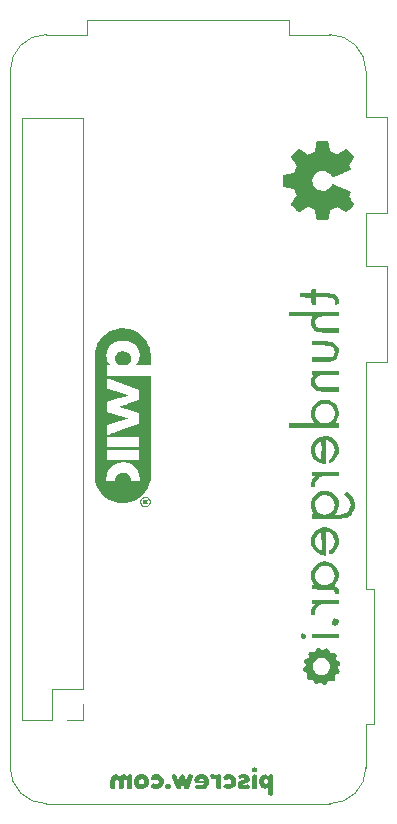
<source format=gbr>
G04 #@! TF.GenerationSoftware,KiCad,Pcbnew,(6.0.0)*
G04 #@! TF.CreationDate,2022-02-24T22:11:55+04:00*
G04 #@! TF.ProjectId,RPi3-screw-terminal-shiel,52506933-2d73-4637-9265-772d7465726d,rev?*
G04 #@! TF.SameCoordinates,Original*
G04 #@! TF.FileFunction,Legend,Bot*
G04 #@! TF.FilePolarity,Positive*
%FSLAX46Y46*%
G04 Gerber Fmt 4.6, Leading zero omitted, Abs format (unit mm)*
G04 Created by KiCad (PCBNEW (6.0.0)) date 2022-02-24 22:11:55*
%MOMM*%
%LPD*%
G01*
G04 APERTURE LIST*
%ADD10C,0.120000*%
%ADD11C,0.010000*%
G04 APERTURE END LIST*
G04 #@! TO.C,kibuzzard-6217C81B*
G36*
X98058230Y-97983858D02*
G01*
X98181459Y-98110659D01*
X98221941Y-97986834D01*
X98395772Y-97943972D01*
X98504714Y-97960045D01*
X98564841Y-98008266D01*
X98587462Y-98068987D01*
X98591034Y-98151141D01*
X98591034Y-98989341D01*
X98587462Y-99072684D01*
X98567222Y-99134597D01*
X98504714Y-99182817D01*
X98383866Y-99198891D01*
X98262422Y-99183413D01*
X98198128Y-99136978D01*
X98175506Y-99073875D01*
X98171934Y-98991722D01*
X98171934Y-98570241D01*
X98136216Y-98414864D01*
X98029059Y-98363072D01*
X97918331Y-98414864D01*
X97881422Y-98570241D01*
X97881422Y-98986959D01*
X97877850Y-99069113D01*
X97857609Y-99132216D01*
X97795102Y-99182222D01*
X97674253Y-99198891D01*
X97551619Y-99182817D01*
X97488516Y-99134597D01*
X97465894Y-99072684D01*
X97462322Y-98989341D01*
X97462322Y-98572622D01*
X97432556Y-98417841D01*
X97319447Y-98363072D01*
X97208719Y-98414864D01*
X97171809Y-98570241D01*
X97171809Y-98986959D01*
X97168237Y-99069113D01*
X97147997Y-99132216D01*
X97085489Y-99182222D01*
X96964641Y-99198891D01*
X96842602Y-99182817D01*
X96781284Y-99134597D01*
X96758662Y-99071494D01*
X96755091Y-98989341D01*
X96755091Y-98572622D01*
X96769378Y-98368496D01*
X96812241Y-98206968D01*
X96883678Y-98088037D01*
X97027744Y-97978202D01*
X97202766Y-97941591D01*
X97369453Y-97988025D01*
X97487325Y-98073750D01*
X97550428Y-98148759D01*
X97643561Y-98033666D01*
X97764211Y-97964609D01*
X97912378Y-97941591D01*
X98058230Y-97983858D01*
G37*
G36*
X103627378Y-97960641D02*
G01*
X103729177Y-98025530D01*
X103763109Y-98110659D01*
X103739297Y-98203528D01*
X103379728Y-99079828D01*
X103313053Y-99164363D01*
X103189228Y-99206034D01*
X103058259Y-99148884D01*
X103020159Y-99098878D01*
X102999919Y-99059588D01*
X102983250Y-99016725D01*
X102923719Y-98854800D01*
X102882940Y-98743179D01*
X102853472Y-98667872D01*
X102783886Y-98853080D01*
X102737055Y-98976905D01*
X102712978Y-99039347D01*
X102693928Y-99079828D01*
X102626062Y-99164363D01*
X102520097Y-99206034D01*
X102429609Y-99189366D01*
X102358172Y-99131025D01*
X102310547Y-99041728D01*
X102048609Y-98403553D01*
X101984316Y-98247581D01*
X101946216Y-98117803D01*
X101984316Y-98027911D01*
X102098616Y-97953497D01*
X102193866Y-97929684D01*
X102293878Y-97967784D01*
X102365316Y-98082084D01*
X102510572Y-98477372D01*
X102535707Y-98413872D01*
X102582539Y-98286872D01*
X102651066Y-98096372D01*
X102670116Y-98055891D01*
X102740362Y-97979691D01*
X102862997Y-97941591D01*
X103003491Y-98010647D01*
X103055878Y-98093991D01*
X103196372Y-98479753D01*
X103272307Y-98273378D01*
X103328664Y-98124153D01*
X103365441Y-98032078D01*
X103384491Y-97990406D01*
X103426162Y-97949925D01*
X103503553Y-97929684D01*
X103627378Y-97960641D01*
G37*
G36*
X110541338Y-99620372D02*
G01*
X110519906Y-99679903D01*
X110457994Y-99727528D01*
X110340122Y-99741816D01*
X110223441Y-99727528D01*
X110162719Y-99678713D01*
X110141288Y-99617991D01*
X110137716Y-99537028D01*
X110137716Y-99056016D01*
X110022820Y-99138169D01*
X109854347Y-99165553D01*
X109726685Y-99145180D01*
X109604051Y-99084061D01*
X109486444Y-98982197D01*
X109390532Y-98853345D01*
X109332985Y-98711264D01*
X109314097Y-98558334D01*
X109720997Y-98558334D01*
X109781719Y-98698828D01*
X109929356Y-98760741D01*
X110072231Y-98697638D01*
X110128191Y-98558334D01*
X110073422Y-98417841D01*
X109926975Y-98353547D01*
X109778147Y-98416650D01*
X109720997Y-98558334D01*
X109314097Y-98558334D01*
X109313803Y-98555953D01*
X109333118Y-98400643D01*
X109391061Y-98258561D01*
X109487634Y-98129709D01*
X109605771Y-98027845D01*
X109728405Y-97966726D01*
X109855538Y-97946353D01*
X110023713Y-97977309D01*
X110140097Y-98070178D01*
X110191294Y-97976119D01*
X110361553Y-97943972D01*
X110464542Y-97960045D01*
X110521097Y-98008266D01*
X110541338Y-98067797D01*
X110544909Y-98148759D01*
X110544909Y-99539409D01*
X110541338Y-99620372D01*
G37*
G36*
X98833657Y-98234220D02*
G01*
X98943459Y-98099944D01*
X99081836Y-97997418D01*
X99233443Y-97935902D01*
X99398278Y-97915397D01*
X99563378Y-97936034D01*
X99715778Y-97997947D01*
X99855478Y-98101134D01*
X99966603Y-98236072D01*
X100033278Y-98393234D01*
X100055503Y-98572622D01*
X100030202Y-98753299D01*
X99954300Y-98914331D01*
X99841488Y-99047086D01*
X99705459Y-99142931D01*
X99555441Y-99200974D01*
X99400659Y-99220322D01*
X99246176Y-99202165D01*
X99097050Y-99147694D01*
X98961616Y-99054825D01*
X98848209Y-98921475D01*
X98771414Y-98756871D01*
X98745816Y-98570241D01*
X98746399Y-98565478D01*
X99167297Y-98565478D01*
X99186942Y-98667872D01*
X99245878Y-98741691D01*
X99403041Y-98801222D01*
X99557822Y-98742881D01*
X99614972Y-98670253D01*
X99634022Y-98569050D01*
X99615567Y-98467549D01*
X99560203Y-98394028D01*
X99400659Y-98334497D01*
X99241116Y-98391647D01*
X99185752Y-98463680D01*
X99167297Y-98565478D01*
X98746399Y-98565478D01*
X98767776Y-98390985D01*
X98833657Y-98234220D01*
G37*
G36*
X103876516Y-98548809D02*
G01*
X103858359Y-98421412D01*
X103859215Y-98415459D01*
X104270316Y-98415459D01*
X104360803Y-98491659D01*
X104660841Y-98491659D01*
X104584641Y-98357119D01*
X104431050Y-98294016D01*
X104311988Y-98327353D01*
X104270316Y-98415459D01*
X103859215Y-98415459D01*
X103878600Y-98280621D01*
X103939322Y-98151141D01*
X104027726Y-98049045D01*
X104138156Y-97976119D01*
X104270613Y-97932363D01*
X104425097Y-97917778D01*
X104608056Y-97937754D01*
X104769584Y-97997682D01*
X104909681Y-98097562D01*
X105017499Y-98230780D01*
X105082190Y-98390721D01*
X105103753Y-98577384D01*
X105087084Y-98731107D01*
X105037078Y-98874776D01*
X104953734Y-99008391D01*
X104862354Y-99098580D01*
X104740613Y-99169125D01*
X104593868Y-99214666D01*
X104427478Y-99229847D01*
X104205575Y-99216601D01*
X104047073Y-99176864D01*
X103951972Y-99110636D01*
X103920272Y-99017916D01*
X103951228Y-98908378D01*
X104082197Y-98801222D01*
X104177447Y-98827416D01*
X104203641Y-98836941D01*
X104297105Y-98858372D01*
X104420334Y-98865516D01*
X104577497Y-98820272D01*
X104656078Y-98708353D01*
X104091722Y-98708353D01*
X103930988Y-98638106D01*
X103876516Y-98548809D01*
G37*
G36*
X106926468Y-97947147D02*
G01*
X107066961Y-97999534D01*
X107201634Y-98086847D01*
X107290336Y-98175251D01*
X107361178Y-98288062D01*
X107407613Y-98420222D01*
X107423091Y-98566669D01*
X107407613Y-98713711D01*
X107361178Y-98847656D01*
X107290336Y-98962254D01*
X107201634Y-99051253D01*
X107063257Y-99139889D01*
X106921176Y-99193070D01*
X106775391Y-99210797D01*
X106593225Y-99186984D01*
X106442016Y-99115547D01*
X106343789Y-99033989D01*
X106311047Y-98946478D01*
X106365816Y-98822653D01*
X106460470Y-98727998D01*
X106539647Y-98696447D01*
X106645613Y-98740500D01*
X106786106Y-98784553D01*
X106927791Y-98728594D01*
X106994466Y-98571431D01*
X106925409Y-98413078D01*
X106776581Y-98355928D01*
X106653947Y-98396409D01*
X106525359Y-98448797D01*
X106444992Y-98416055D01*
X106361053Y-98317828D01*
X106311047Y-98180906D01*
X106372959Y-98072559D01*
X106439634Y-98027316D01*
X106477734Y-98003503D01*
X106603941Y-97954687D01*
X106780153Y-97929684D01*
X106926468Y-97947147D01*
G37*
G36*
X100789986Y-97947147D02*
G01*
X100930480Y-97999534D01*
X101065153Y-98086847D01*
X101153855Y-98175251D01*
X101224697Y-98288062D01*
X101271131Y-98420222D01*
X101286609Y-98566669D01*
X101271131Y-98713711D01*
X101224697Y-98847656D01*
X101153855Y-98962254D01*
X101065153Y-99051253D01*
X100926776Y-99139889D01*
X100784695Y-99193070D01*
X100638909Y-99210797D01*
X100456744Y-99186984D01*
X100305534Y-99115547D01*
X100207308Y-99033989D01*
X100174566Y-98946478D01*
X100229334Y-98822653D01*
X100323989Y-98727998D01*
X100403166Y-98696447D01*
X100509131Y-98740500D01*
X100649625Y-98784553D01*
X100791309Y-98728594D01*
X100857984Y-98571431D01*
X100788928Y-98413078D01*
X100640100Y-98355928D01*
X100517466Y-98396409D01*
X100388878Y-98448797D01*
X100308511Y-98416055D01*
X100224572Y-98317828D01*
X100174566Y-98180906D01*
X100236478Y-98072559D01*
X100303153Y-98027316D01*
X100341253Y-98003503D01*
X100467459Y-97954687D01*
X100643672Y-97929684D01*
X100789986Y-97947147D01*
G37*
G36*
X108213951Y-97935209D02*
G01*
X108358636Y-97980357D01*
X108461982Y-98055605D01*
X108523990Y-98160951D01*
X108544659Y-98296397D01*
X108533348Y-98413971D01*
X108499416Y-98514281D01*
X108385116Y-98648822D01*
X108236883Y-98722045D01*
X108087459Y-98760741D01*
X107967802Y-98788125D01*
X107927916Y-98827416D01*
X107964230Y-98870278D01*
X108073172Y-98884566D01*
X108254147Y-98826225D01*
X108412500Y-98767884D01*
X108497034Y-98808366D01*
X108564900Y-98918498D01*
X108587522Y-98996484D01*
X108542278Y-99086972D01*
X108399006Y-99161055D01*
X108251766Y-99205505D01*
X108100556Y-99220322D01*
X107955961Y-99212120D01*
X107828565Y-99187514D01*
X107718366Y-99146503D01*
X107588588Y-99016725D01*
X107553762Y-98920582D01*
X107542153Y-98805984D01*
X107553762Y-98692577D01*
X107588588Y-98600006D01*
X107704078Y-98484516D01*
X107854097Y-98424984D01*
X108008878Y-98394028D01*
X108130322Y-98360095D01*
X108170803Y-98301159D01*
X108030309Y-98248772D01*
X107862431Y-98284491D01*
X107756466Y-98320209D01*
X107649309Y-98236866D01*
X107596922Y-98096372D01*
X107680266Y-98001122D01*
X107856478Y-97940400D01*
X108027928Y-97920159D01*
X108213951Y-97935209D01*
G37*
G36*
X105610959Y-97972547D02*
G01*
X105707400Y-98036841D01*
X105741928Y-98077322D01*
X105768122Y-97998741D01*
X105830630Y-97957664D01*
X105946716Y-97943972D01*
X106069350Y-97960045D01*
X106132453Y-98008266D01*
X106152694Y-98068987D01*
X106156266Y-98151141D01*
X106156266Y-99056016D01*
X106113403Y-99158409D01*
X105949097Y-99198891D01*
X105827653Y-99183413D01*
X105763359Y-99136978D01*
X105740738Y-99073875D01*
X105737166Y-98991722D01*
X105737166Y-98491659D01*
X105681206Y-98382122D01*
X105560953Y-98336878D01*
X105457369Y-98355928D01*
X105375216Y-98374978D01*
X105244247Y-98284491D01*
X105199003Y-98117803D01*
X105228769Y-98007075D01*
X105303778Y-97958259D01*
X105387122Y-97938019D01*
X105481181Y-97932066D01*
X105610959Y-97972547D01*
G37*
G36*
X109072106Y-97961831D02*
G01*
X109135209Y-98008266D01*
X109155450Y-98071369D01*
X109159022Y-98153522D01*
X109159022Y-98989341D01*
X109155450Y-99072684D01*
X109135209Y-99134597D01*
X109072702Y-99182817D01*
X108951853Y-99198891D01*
X108829814Y-99183413D01*
X108768497Y-99136978D01*
X108745875Y-99073875D01*
X108742303Y-98991722D01*
X108742303Y-98158284D01*
X108744684Y-98089228D01*
X108787547Y-97986834D01*
X108949472Y-97946353D01*
X109072106Y-97961831D01*
G37*
G36*
X101761966Y-98773838D02*
G01*
X101824772Y-98827416D01*
X101847394Y-98891709D01*
X101850966Y-98975053D01*
X101850966Y-98984578D01*
X101804531Y-99156028D01*
X101733689Y-99189961D01*
X101614031Y-99201272D01*
X101497052Y-99184008D01*
X101434247Y-99132216D01*
X101409244Y-99066731D01*
X101405672Y-98982197D01*
X101405672Y-98972672D01*
X101446153Y-98805984D01*
X101523246Y-98768480D01*
X101644988Y-98755978D01*
X101761966Y-98773838D01*
G37*
G36*
X109072106Y-97374258D02*
G01*
X109135209Y-97422478D01*
X109155450Y-97483200D01*
X109159022Y-97565353D01*
X109155450Y-97647506D01*
X109134019Y-97710609D01*
X109070916Y-97760616D01*
X108950663Y-97774903D01*
X108830409Y-97760616D01*
X108767306Y-97711800D01*
X108745875Y-97649887D01*
X108742303Y-97567734D01*
X108745875Y-97485581D01*
X108768497Y-97422478D01*
X108829219Y-97374258D01*
X108949472Y-97358184D01*
X109072106Y-97374258D01*
G37*
D10*
G04 #@! TO.C,J1*
X111890000Y-34110000D02*
X111890000Y-35310000D01*
X94770000Y-35310000D02*
X94770000Y-34110000D01*
X119090000Y-93680000D02*
X118390000Y-93680000D01*
X94770000Y-35310000D02*
X91330000Y-35310000D01*
X119090000Y-82260000D02*
X119090000Y-93680000D01*
X118390000Y-63030000D02*
X118390000Y-82260000D01*
X94430000Y-93330000D02*
X94430000Y-92000000D01*
X118390000Y-93680000D02*
X118390000Y-97370000D01*
X94430000Y-90730000D02*
X94430000Y-42410000D01*
X88270000Y-38370000D02*
X88270000Y-97370000D01*
X91330000Y-100430000D02*
X115330000Y-100430000D01*
X111890000Y-35310000D02*
X115330000Y-35310000D01*
X118390000Y-82260000D02*
X119090000Y-82260000D01*
X91830000Y-90730000D02*
X94430000Y-90730000D01*
X118390000Y-38370000D02*
X118390000Y-42310000D01*
X94770000Y-34110000D02*
X111890000Y-34110000D01*
X118390000Y-50430000D02*
X118390000Y-54910000D01*
X120190000Y-54910000D02*
X120190000Y-63030000D01*
X93100000Y-93330000D02*
X94430000Y-93330000D01*
X89230000Y-42410000D02*
X94430000Y-42410000D01*
X118390000Y-54910000D02*
X120190000Y-54910000D01*
X120190000Y-42310000D02*
X120190000Y-50430000D01*
X118390000Y-42310000D02*
X120190000Y-42310000D01*
X120190000Y-50430000D02*
X118390000Y-50430000D01*
X89230000Y-93330000D02*
X89230000Y-42410000D01*
X89230000Y-93330000D02*
X91830000Y-93330000D01*
X91830000Y-93330000D02*
X91830000Y-90730000D01*
X120190000Y-63030000D02*
X118390000Y-63030000D01*
X115330000Y-100430000D02*
G75*
G03*
X118390000Y-97370000I1J3059999D01*
G01*
X91330000Y-35310000D02*
G75*
G03*
X88270000Y-38370000I-1J-3059999D01*
G01*
X118390000Y-38370000D02*
G75*
G03*
X115330000Y-35310000I-3059999J1D01*
G01*
X88270000Y-97370000D02*
G75*
G03*
X91330000Y-100430000I3059999J-1D01*
G01*
D11*
G04 #@! TO.C,REF\u002A\u002A*
X111832836Y-48196563D02*
X112277460Y-48280384D01*
X112277460Y-48280384D02*
X112404958Y-48589669D01*
X112404958Y-48589669D02*
X112532456Y-48898955D01*
X112532456Y-48898955D02*
X112280151Y-49269995D01*
X112280151Y-49269995D02*
X112209901Y-49373906D01*
X112209901Y-49373906D02*
X112147177Y-49467836D01*
X112147177Y-49467836D02*
X112094843Y-49547401D01*
X112094843Y-49547401D02*
X112055762Y-49608219D01*
X112055762Y-49608219D02*
X112032798Y-49645906D01*
X112032798Y-49645906D02*
X112027847Y-49656170D01*
X112027847Y-49656170D02*
X112040581Y-49674659D01*
X112040581Y-49674659D02*
X112075787Y-49714169D01*
X112075787Y-49714169D02*
X112128967Y-49770271D01*
X112128967Y-49770271D02*
X112195623Y-49838536D01*
X112195623Y-49838536D02*
X112271259Y-49914535D01*
X112271259Y-49914535D02*
X112351377Y-49993841D01*
X112351377Y-49993841D02*
X112431479Y-50072024D01*
X112431479Y-50072024D02*
X112507069Y-50144656D01*
X112507069Y-50144656D02*
X112573650Y-50207308D01*
X112573650Y-50207308D02*
X112626723Y-50255552D01*
X112626723Y-50255552D02*
X112661792Y-50284959D01*
X112661792Y-50284959D02*
X112673528Y-50291990D01*
X112673528Y-50291990D02*
X112695165Y-50281872D01*
X112695165Y-50281872D02*
X112742567Y-50253508D01*
X112742567Y-50253508D02*
X112811098Y-50209878D01*
X112811098Y-50209878D02*
X112896120Y-50153967D01*
X112896120Y-50153967D02*
X112992998Y-50088755D01*
X112992998Y-50088755D02*
X113048255Y-50050968D01*
X113048255Y-50050968D02*
X113149153Y-49982092D01*
X113149153Y-49982092D02*
X113240204Y-49920889D01*
X113240204Y-49920889D02*
X113316875Y-49870327D01*
X113316875Y-49870327D02*
X113374633Y-49833377D01*
X113374633Y-49833377D02*
X113408948Y-49813007D01*
X113408948Y-49813007D02*
X113416159Y-49809946D01*
X113416159Y-49809946D02*
X113436653Y-49816885D01*
X113436653Y-49816885D02*
X113484418Y-49835800D01*
X113484418Y-49835800D02*
X113552737Y-49863836D01*
X113552737Y-49863836D02*
X113634894Y-49898140D01*
X113634894Y-49898140D02*
X113724175Y-49935858D01*
X113724175Y-49935858D02*
X113813863Y-49974136D01*
X113813863Y-49974136D02*
X113897243Y-50010119D01*
X113897243Y-50010119D02*
X113967599Y-50040955D01*
X113967599Y-50040955D02*
X114018215Y-50063788D01*
X114018215Y-50063788D02*
X114042376Y-50075766D01*
X114042376Y-50075766D02*
X114043327Y-50076473D01*
X114043327Y-50076473D02*
X114047941Y-50095280D01*
X114047941Y-50095280D02*
X114058233Y-50145367D01*
X114058233Y-50145367D02*
X114073192Y-50221542D01*
X114073192Y-50221542D02*
X114091806Y-50318614D01*
X114091806Y-50318614D02*
X114113064Y-50431392D01*
X114113064Y-50431392D02*
X114125323Y-50497191D01*
X114125323Y-50497191D02*
X114148267Y-50617699D01*
X114148267Y-50617699D02*
X114170100Y-50726546D01*
X114170100Y-50726546D02*
X114189627Y-50818225D01*
X114189627Y-50818225D02*
X114205653Y-50887230D01*
X114205653Y-50887230D02*
X114216984Y-50928053D01*
X114216984Y-50928053D02*
X114220579Y-50936260D01*
X114220579Y-50936260D02*
X114244911Y-50944297D01*
X114244911Y-50944297D02*
X114299864Y-50950782D01*
X114299864Y-50950782D02*
X114379013Y-50955719D01*
X114379013Y-50955719D02*
X114475931Y-50959113D01*
X114475931Y-50959113D02*
X114584192Y-50960967D01*
X114584192Y-50960967D02*
X114697370Y-50961287D01*
X114697370Y-50961287D02*
X114809040Y-50960076D01*
X114809040Y-50960076D02*
X114912773Y-50957339D01*
X114912773Y-50957339D02*
X115002146Y-50953080D01*
X115002146Y-50953080D02*
X115070731Y-50947304D01*
X115070731Y-50947304D02*
X115112102Y-50940016D01*
X115112102Y-50940016D02*
X115120715Y-50935644D01*
X115120715Y-50935644D02*
X115131038Y-50909513D01*
X115131038Y-50909513D02*
X115145797Y-50854142D01*
X115145797Y-50854142D02*
X115163257Y-50776856D01*
X115163257Y-50776856D02*
X115181685Y-50684979D01*
X115181685Y-50684979D02*
X115187646Y-50652907D01*
X115187646Y-50652907D02*
X115215971Y-50498273D01*
X115215971Y-50498273D02*
X115238781Y-50376124D01*
X115238781Y-50376124D02*
X115256985Y-50282422D01*
X115256985Y-50282422D02*
X115271488Y-50213133D01*
X115271488Y-50213133D02*
X115283197Y-50164220D01*
X115283197Y-50164220D02*
X115293020Y-50131646D01*
X115293020Y-50131646D02*
X115301861Y-50111377D01*
X115301861Y-50111377D02*
X115310629Y-50099375D01*
X115310629Y-50099375D02*
X115312362Y-50097696D01*
X115312362Y-50097696D02*
X115340276Y-50080933D01*
X115340276Y-50080933D02*
X115394600Y-50055363D01*
X115394600Y-50055363D02*
X115468682Y-50023537D01*
X115468682Y-50023537D02*
X115555870Y-49988009D01*
X115555870Y-49988009D02*
X115649513Y-49951332D01*
X115649513Y-49951332D02*
X115742957Y-49916060D01*
X115742957Y-49916060D02*
X115829552Y-49884745D01*
X115829552Y-49884745D02*
X115902645Y-49859942D01*
X115902645Y-49859942D02*
X115955583Y-49844203D01*
X115955583Y-49844203D02*
X115981716Y-49840081D01*
X115981716Y-49840081D02*
X115982631Y-49840425D01*
X115982631Y-49840425D02*
X116003991Y-49854390D01*
X116003991Y-49854390D02*
X116050989Y-49886071D01*
X116050989Y-49886071D02*
X116118732Y-49932140D01*
X116118732Y-49932140D02*
X116202328Y-49989267D01*
X116202328Y-49989267D02*
X116296887Y-50054122D01*
X116296887Y-50054122D02*
X116323759Y-50072592D01*
X116323759Y-50072592D02*
X116421180Y-50138448D01*
X116421180Y-50138448D02*
X116510068Y-50196399D01*
X116510068Y-50196399D02*
X116585317Y-50243287D01*
X116585317Y-50243287D02*
X116641825Y-50275956D01*
X116641825Y-50275956D02*
X116674486Y-50291249D01*
X116674486Y-50291249D02*
X116678498Y-50291990D01*
X116678498Y-50291990D02*
X116699589Y-50279141D01*
X116699589Y-50279141D02*
X116741369Y-50243637D01*
X116741369Y-50243637D02*
X116799350Y-50190042D01*
X116799350Y-50190042D02*
X116869040Y-50122920D01*
X116869040Y-50122920D02*
X116945950Y-50046836D01*
X116945950Y-50046836D02*
X117025588Y-49966353D01*
X117025588Y-49966353D02*
X117103466Y-49886036D01*
X117103466Y-49886036D02*
X117175091Y-49810448D01*
X117175091Y-49810448D02*
X117235975Y-49744154D01*
X117235975Y-49744154D02*
X117281626Y-49691718D01*
X117281626Y-49691718D02*
X117307555Y-49657704D01*
X117307555Y-49657704D02*
X117311788Y-49648294D01*
X117311788Y-49648294D02*
X117301817Y-49626392D01*
X117301817Y-49626392D02*
X117274925Y-49581549D01*
X117274925Y-49581549D02*
X117235641Y-49521070D01*
X117235641Y-49521070D02*
X117204022Y-49474538D01*
X117204022Y-49474538D02*
X117146003Y-49390224D01*
X117146003Y-49390224D02*
X117077689Y-49290375D01*
X117077689Y-49290375D02*
X117009484Y-49190222D01*
X117009484Y-49190222D02*
X116972980Y-49136376D01*
X116972980Y-49136376D02*
X116849705Y-48954120D01*
X116849705Y-48954120D02*
X116932425Y-48801130D01*
X116932425Y-48801130D02*
X116968664Y-48731431D01*
X116968664Y-48731431D02*
X116996831Y-48672163D01*
X116996831Y-48672163D02*
X117012896Y-48632060D01*
X117012896Y-48632060D02*
X117015131Y-48621852D01*
X117015131Y-48621852D02*
X116998627Y-48609578D01*
X116998627Y-48609578D02*
X116951987Y-48585362D01*
X116951987Y-48585362D02*
X116879514Y-48551012D01*
X116879514Y-48551012D02*
X116785511Y-48508337D01*
X116785511Y-48508337D02*
X116674279Y-48459143D01*
X116674279Y-48459143D02*
X116550120Y-48405239D01*
X116550120Y-48405239D02*
X116417337Y-48348433D01*
X116417337Y-48348433D02*
X116280232Y-48290531D01*
X116280232Y-48290531D02*
X116143107Y-48233342D01*
X116143107Y-48233342D02*
X116010263Y-48178673D01*
X116010263Y-48178673D02*
X115886003Y-48128333D01*
X115886003Y-48128333D02*
X115774630Y-48084129D01*
X115774630Y-48084129D02*
X115680444Y-48047868D01*
X115680444Y-48047868D02*
X115607749Y-48021358D01*
X115607749Y-48021358D02*
X115560846Y-48006407D01*
X115560846Y-48006407D02*
X115544738Y-48004003D01*
X115544738Y-48004003D02*
X115524191Y-48023060D01*
X115524191Y-48023060D02*
X115490838Y-48064785D01*
X115490838Y-48064785D02*
X115451607Y-48120455D01*
X115451607Y-48120455D02*
X115448504Y-48125127D01*
X115448504Y-48125127D02*
X115333328Y-48269013D01*
X115333328Y-48269013D02*
X115198958Y-48385032D01*
X115198958Y-48385032D02*
X115049689Y-48472179D01*
X115049689Y-48472179D02*
X114889818Y-48529448D01*
X114889818Y-48529448D02*
X114723642Y-48555835D01*
X114723642Y-48555835D02*
X114555457Y-48550334D01*
X114555457Y-48550334D02*
X114389560Y-48511939D01*
X114389560Y-48511939D02*
X114230247Y-48439644D01*
X114230247Y-48439644D02*
X114195392Y-48418375D01*
X114195392Y-48418375D02*
X114054642Y-48307745D01*
X114054642Y-48307745D02*
X113941619Y-48177051D01*
X113941619Y-48177051D02*
X113856908Y-48030813D01*
X113856908Y-48030813D02*
X113801099Y-47873557D01*
X113801099Y-47873557D02*
X113774779Y-47709806D01*
X113774779Y-47709806D02*
X113778535Y-47544082D01*
X113778535Y-47544082D02*
X113812955Y-47380911D01*
X113812955Y-47380911D02*
X113878628Y-47224814D01*
X113878628Y-47224814D02*
X113976140Y-47080316D01*
X113976140Y-47080316D02*
X114015718Y-47035618D01*
X114015718Y-47035618D02*
X114139608Y-46921861D01*
X114139608Y-46921861D02*
X114270029Y-46838967D01*
X114270029Y-46838967D02*
X114416220Y-46782105D01*
X114416220Y-46782105D02*
X114560993Y-46750436D01*
X114560993Y-46750436D02*
X114723765Y-46742618D01*
X114723765Y-46742618D02*
X114887345Y-46768687D01*
X114887345Y-46768687D02*
X115046203Y-46825994D01*
X115046203Y-46825994D02*
X115194811Y-46911893D01*
X115194811Y-46911893D02*
X115327640Y-47023735D01*
X115327640Y-47023735D02*
X115439161Y-47158872D01*
X115439161Y-47158872D02*
X115450916Y-47176632D01*
X115450916Y-47176632D02*
X115489413Y-47232899D01*
X115489413Y-47232899D02*
X115522768Y-47275672D01*
X115522768Y-47275672D02*
X115544065Y-47296121D01*
X115544065Y-47296121D02*
X115544738Y-47296418D01*
X115544738Y-47296418D02*
X115567776Y-47292028D01*
X115567776Y-47292028D02*
X115620062Y-47274625D01*
X115620062Y-47274625D02*
X115697295Y-47246017D01*
X115697295Y-47246017D02*
X115795173Y-47208014D01*
X115795173Y-47208014D02*
X115909396Y-47162423D01*
X115909396Y-47162423D02*
X116035663Y-47111052D01*
X116035663Y-47111052D02*
X116169672Y-47055711D01*
X116169672Y-47055711D02*
X116307123Y-46998207D01*
X116307123Y-46998207D02*
X116443713Y-46940350D01*
X116443713Y-46940350D02*
X116575142Y-46883947D01*
X116575142Y-46883947D02*
X116697110Y-46830807D01*
X116697110Y-46830807D02*
X116805314Y-46782739D01*
X116805314Y-46782739D02*
X116895454Y-46741550D01*
X116895454Y-46741550D02*
X116963228Y-46709050D01*
X116963228Y-46709050D02*
X117004335Y-46687046D01*
X117004335Y-46687046D02*
X117015131Y-46678185D01*
X117015131Y-46678185D02*
X117006724Y-46651109D01*
X117006724Y-46651109D02*
X116984177Y-46600446D01*
X116984177Y-46600446D02*
X116951518Y-46534932D01*
X116951518Y-46534932D02*
X116932425Y-46498908D01*
X116932425Y-46498908D02*
X116849705Y-46345917D01*
X116849705Y-46345917D02*
X116972980Y-46163661D01*
X116972980Y-46163661D02*
X117036133Y-46070624D01*
X117036133Y-46070624D02*
X117105632Y-45968764D01*
X117105632Y-45968764D02*
X117171070Y-45873311D01*
X117171070Y-45873311D02*
X117204022Y-45825499D01*
X117204022Y-45825499D02*
X117249178Y-45758254D01*
X117249178Y-45758254D02*
X117284962Y-45701313D01*
X117284962Y-45701313D02*
X117306843Y-45662103D01*
X117306843Y-45662103D02*
X117311468Y-45649368D01*
X117311468Y-45649368D02*
X117298990Y-45630832D01*
X117298990Y-45630832D02*
X117264157Y-45589808D01*
X117264157Y-45589808D02*
X117210583Y-45530274D01*
X117210583Y-45530274D02*
X117141888Y-45456207D01*
X117141888Y-45456207D02*
X117061686Y-45371584D01*
X117061686Y-45371584D02*
X117010191Y-45318064D01*
X117010191Y-45318064D02*
X116918191Y-45224430D01*
X116918191Y-45224430D02*
X116835904Y-45143508D01*
X116835904Y-45143508D02*
X116766850Y-45078572D01*
X116766850Y-45078572D02*
X116714549Y-45032891D01*
X116714549Y-45032891D02*
X116682521Y-45009738D01*
X116682521Y-45009738D02*
X116676021Y-45007517D01*
X116676021Y-45007517D02*
X116651299Y-45017825D01*
X116651299Y-45017825D02*
X116601310Y-45046310D01*
X116601310Y-45046310D02*
X116531117Y-45089812D01*
X116531117Y-45089812D02*
X116445780Y-45145172D01*
X116445780Y-45145172D02*
X116350361Y-45209229D01*
X116350361Y-45209229D02*
X116323759Y-45227446D01*
X116323759Y-45227446D02*
X116227072Y-45293822D01*
X116227072Y-45293822D02*
X116140022Y-45353371D01*
X116140022Y-45353371D02*
X116067500Y-45402765D01*
X116067500Y-45402765D02*
X116014398Y-45438674D01*
X116014398Y-45438674D02*
X115985608Y-45457768D01*
X115985608Y-45457768D02*
X115982631Y-45459613D01*
X115982631Y-45459613D02*
X115959687Y-45456854D01*
X115959687Y-45456854D02*
X115909241Y-45442211D01*
X115909241Y-45442211D02*
X115837946Y-45418236D01*
X115837946Y-45418236D02*
X115752452Y-45387483D01*
X115752452Y-45387483D02*
X115659412Y-45352505D01*
X115659412Y-45352505D02*
X115565479Y-45315856D01*
X115565479Y-45315856D02*
X115477304Y-45280088D01*
X115477304Y-45280088D02*
X115401539Y-45247755D01*
X115401539Y-45247755D02*
X115344836Y-45221411D01*
X115344836Y-45221411D02*
X115313848Y-45203607D01*
X115313848Y-45203607D02*
X115312362Y-45202342D01*
X115312362Y-45202342D02*
X115303506Y-45191455D01*
X115303506Y-45191455D02*
X115294748Y-45173067D01*
X115294748Y-45173067D02*
X115285182Y-45143143D01*
X115285182Y-45143143D02*
X115273901Y-45097646D01*
X115273901Y-45097646D02*
X115259998Y-45032540D01*
X115259998Y-45032540D02*
X115242568Y-44943788D01*
X115242568Y-44943788D02*
X115220703Y-44827356D01*
X115220703Y-44827356D02*
X115193496Y-44679207D01*
X115193496Y-44679207D02*
X115187646Y-44647131D01*
X115187646Y-44647131D02*
X115169279Y-44552063D01*
X115169279Y-44552063D02*
X115151310Y-44469184D01*
X115151310Y-44469184D02*
X115135474Y-44405819D01*
X115135474Y-44405819D02*
X115123505Y-44369291D01*
X115123505Y-44369291D02*
X115120715Y-44364393D01*
X115120715Y-44364393D02*
X115095977Y-44356322D01*
X115095977Y-44356322D02*
X115040695Y-44349762D01*
X115040695Y-44349762D02*
X114961294Y-44344716D01*
X114961294Y-44344716D02*
X114864201Y-44341190D01*
X114864201Y-44341190D02*
X114755843Y-44339188D01*
X114755843Y-44339188D02*
X114642645Y-44338713D01*
X114642645Y-44338713D02*
X114531033Y-44339772D01*
X114531033Y-44339772D02*
X114427434Y-44342367D01*
X114427434Y-44342367D02*
X114338273Y-44346503D01*
X114338273Y-44346503D02*
X114269977Y-44352186D01*
X114269977Y-44352186D02*
X114228971Y-44359418D01*
X114228971Y-44359418D02*
X114220579Y-44363778D01*
X114220579Y-44363778D02*
X114212113Y-44388051D01*
X114212113Y-44388051D02*
X114198340Y-44443323D01*
X114198340Y-44443323D02*
X114180455Y-44524087D01*
X114180455Y-44524087D02*
X114159653Y-44624837D01*
X114159653Y-44624837D02*
X114137128Y-44740066D01*
X114137128Y-44740066D02*
X114125323Y-44802847D01*
X114125323Y-44802847D02*
X114103056Y-44921962D01*
X114103056Y-44921962D02*
X114082884Y-45028184D01*
X114082884Y-45028184D02*
X114065820Y-45116322D01*
X114065820Y-45116322D02*
X114052874Y-45181183D01*
X114052874Y-45181183D02*
X114045060Y-45217575D01*
X114045060Y-45217575D02*
X114043327Y-45223565D01*
X114043327Y-45223565D02*
X114023795Y-45233688D01*
X114023795Y-45233688D02*
X113976748Y-45255087D01*
X113976748Y-45255087D02*
X113908908Y-45284910D01*
X113908908Y-45284910D02*
X113826996Y-45320304D01*
X113826996Y-45320304D02*
X113737733Y-45358417D01*
X113737733Y-45358417D02*
X113647840Y-45396396D01*
X113647840Y-45396396D02*
X113564040Y-45431389D01*
X113564040Y-45431389D02*
X113493052Y-45460543D01*
X113493052Y-45460543D02*
X113441599Y-45481006D01*
X113441599Y-45481006D02*
X113416402Y-45489926D01*
X113416402Y-45489926D02*
X113415301Y-45490092D01*
X113415301Y-45490092D02*
X113395424Y-45479980D01*
X113395424Y-45479980D02*
X113349682Y-45451632D01*
X113349682Y-45451632D02*
X113282622Y-45408026D01*
X113282622Y-45408026D02*
X113198789Y-45352143D01*
X113198789Y-45352143D02*
X113102731Y-45286962D01*
X113102731Y-45286962D02*
X113047555Y-45249070D01*
X113047555Y-45249070D02*
X112946386Y-45180024D01*
X112946386Y-45180024D02*
X112854535Y-45118699D01*
X112854535Y-45118699D02*
X112776649Y-45068086D01*
X112776649Y-45068086D02*
X112717374Y-45031178D01*
X112717374Y-45031178D02*
X112681356Y-45010967D01*
X112681356Y-45010967D02*
X112673282Y-45008048D01*
X112673282Y-45008048D02*
X112654489Y-45020596D01*
X112654489Y-45020596D02*
X112614362Y-45055286D01*
X112614362Y-45055286D02*
X112557398Y-45107686D01*
X112557398Y-45107686D02*
X112488090Y-45173365D01*
X112488090Y-45173365D02*
X112410936Y-45247893D01*
X112410936Y-45247893D02*
X112330430Y-45326836D01*
X112330430Y-45326836D02*
X112251068Y-45405766D01*
X112251068Y-45405766D02*
X112177345Y-45480249D01*
X112177345Y-45480249D02*
X112113757Y-45545855D01*
X112113757Y-45545855D02*
X112064799Y-45598153D01*
X112064799Y-45598153D02*
X112034966Y-45632710D01*
X112034966Y-45632710D02*
X112027847Y-45644271D01*
X112027847Y-45644271D02*
X112037858Y-45663095D01*
X112037858Y-45663095D02*
X112065983Y-45708118D01*
X112065983Y-45708118D02*
X112109359Y-45774962D01*
X112109359Y-45774962D02*
X112165123Y-45859250D01*
X112165123Y-45859250D02*
X112230411Y-45956605D01*
X112230411Y-45956605D02*
X112280151Y-46030042D01*
X112280151Y-46030042D02*
X112532456Y-46401082D01*
X112532456Y-46401082D02*
X112277460Y-47019654D01*
X112277460Y-47019654D02*
X111832836Y-47103474D01*
X111832836Y-47103474D02*
X111388212Y-47187295D01*
X111388212Y-47187295D02*
X111388212Y-48112743D01*
X111388212Y-48112743D02*
X111832836Y-48196563D01*
X111832836Y-48196563D02*
X111832836Y-48196563D01*
G36*
X114755843Y-44339188D02*
G01*
X114864201Y-44341190D01*
X114961294Y-44344716D01*
X115040695Y-44349762D01*
X115095977Y-44356322D01*
X115120715Y-44364393D01*
X115123505Y-44369291D01*
X115135474Y-44405819D01*
X115151310Y-44469184D01*
X115169279Y-44552063D01*
X115187646Y-44647131D01*
X115193496Y-44679207D01*
X115220703Y-44827356D01*
X115242568Y-44943788D01*
X115259998Y-45032540D01*
X115273901Y-45097646D01*
X115285182Y-45143143D01*
X115294748Y-45173067D01*
X115303506Y-45191455D01*
X115312362Y-45202342D01*
X115313848Y-45203607D01*
X115344836Y-45221411D01*
X115401539Y-45247755D01*
X115477304Y-45280088D01*
X115565479Y-45315856D01*
X115659412Y-45352505D01*
X115752452Y-45387483D01*
X115837946Y-45418236D01*
X115909241Y-45442211D01*
X115959687Y-45456854D01*
X115982631Y-45459613D01*
X115985608Y-45457768D01*
X116014398Y-45438674D01*
X116067500Y-45402765D01*
X116140022Y-45353371D01*
X116227072Y-45293822D01*
X116323759Y-45227446D01*
X116350361Y-45209229D01*
X116445780Y-45145172D01*
X116531117Y-45089812D01*
X116601310Y-45046310D01*
X116651299Y-45017825D01*
X116676021Y-45007517D01*
X116682521Y-45009738D01*
X116714549Y-45032891D01*
X116766850Y-45078572D01*
X116835904Y-45143508D01*
X116918191Y-45224430D01*
X117010191Y-45318064D01*
X117061686Y-45371584D01*
X117141888Y-45456207D01*
X117210583Y-45530274D01*
X117264157Y-45589808D01*
X117298990Y-45630832D01*
X117311468Y-45649368D01*
X117306843Y-45662103D01*
X117284962Y-45701313D01*
X117249178Y-45758254D01*
X117204022Y-45825499D01*
X117171070Y-45873311D01*
X117105632Y-45968764D01*
X117036133Y-46070624D01*
X116972980Y-46163661D01*
X116849705Y-46345917D01*
X116932425Y-46498908D01*
X116951518Y-46534932D01*
X116984177Y-46600446D01*
X117006724Y-46651109D01*
X117015131Y-46678185D01*
X117004335Y-46687046D01*
X116963228Y-46709050D01*
X116895454Y-46741550D01*
X116805314Y-46782739D01*
X116697110Y-46830807D01*
X116575142Y-46883947D01*
X116443713Y-46940350D01*
X116307123Y-46998207D01*
X116169672Y-47055711D01*
X116035663Y-47111052D01*
X115909396Y-47162423D01*
X115795173Y-47208014D01*
X115697295Y-47246017D01*
X115620062Y-47274625D01*
X115567776Y-47292028D01*
X115544738Y-47296418D01*
X115544065Y-47296121D01*
X115522768Y-47275672D01*
X115489413Y-47232899D01*
X115450916Y-47176632D01*
X115439161Y-47158872D01*
X115327640Y-47023735D01*
X115194811Y-46911893D01*
X115046203Y-46825994D01*
X114887345Y-46768687D01*
X114723765Y-46742618D01*
X114560993Y-46750436D01*
X114416220Y-46782105D01*
X114270029Y-46838967D01*
X114139608Y-46921861D01*
X114015718Y-47035618D01*
X113976140Y-47080316D01*
X113878628Y-47224814D01*
X113812955Y-47380911D01*
X113778535Y-47544082D01*
X113774779Y-47709806D01*
X113801099Y-47873557D01*
X113856908Y-48030813D01*
X113941619Y-48177051D01*
X114054642Y-48307745D01*
X114195392Y-48418375D01*
X114230247Y-48439644D01*
X114389560Y-48511939D01*
X114555457Y-48550334D01*
X114723642Y-48555835D01*
X114889818Y-48529448D01*
X115049689Y-48472179D01*
X115198958Y-48385032D01*
X115333328Y-48269013D01*
X115448504Y-48125127D01*
X115451607Y-48120455D01*
X115490838Y-48064785D01*
X115524191Y-48023060D01*
X115544738Y-48004003D01*
X115560846Y-48006407D01*
X115607749Y-48021358D01*
X115680444Y-48047868D01*
X115774630Y-48084129D01*
X115886003Y-48128333D01*
X116010263Y-48178673D01*
X116143107Y-48233342D01*
X116280232Y-48290531D01*
X116417337Y-48348433D01*
X116550120Y-48405239D01*
X116674279Y-48459143D01*
X116785511Y-48508337D01*
X116879514Y-48551012D01*
X116951987Y-48585362D01*
X116998627Y-48609578D01*
X117015131Y-48621852D01*
X117012896Y-48632060D01*
X116996831Y-48672163D01*
X116968664Y-48731431D01*
X116932425Y-48801130D01*
X116849705Y-48954120D01*
X116972980Y-49136376D01*
X117009484Y-49190222D01*
X117077689Y-49290375D01*
X117146003Y-49390224D01*
X117204022Y-49474538D01*
X117235641Y-49521070D01*
X117274925Y-49581549D01*
X117301817Y-49626392D01*
X117311788Y-49648294D01*
X117307555Y-49657704D01*
X117281626Y-49691718D01*
X117235975Y-49744154D01*
X117175091Y-49810448D01*
X117103466Y-49886036D01*
X117025588Y-49966353D01*
X116945950Y-50046836D01*
X116869040Y-50122920D01*
X116799350Y-50190042D01*
X116741369Y-50243637D01*
X116699589Y-50279141D01*
X116678498Y-50291990D01*
X116674486Y-50291249D01*
X116641825Y-50275956D01*
X116585317Y-50243287D01*
X116510068Y-50196399D01*
X116421180Y-50138448D01*
X116323759Y-50072592D01*
X116296887Y-50054122D01*
X116202328Y-49989267D01*
X116118732Y-49932140D01*
X116050989Y-49886071D01*
X116003991Y-49854390D01*
X115982631Y-49840425D01*
X115981716Y-49840081D01*
X115955583Y-49844203D01*
X115902645Y-49859942D01*
X115829552Y-49884745D01*
X115742957Y-49916060D01*
X115649513Y-49951332D01*
X115555870Y-49988009D01*
X115468682Y-50023537D01*
X115394600Y-50055363D01*
X115340276Y-50080933D01*
X115312362Y-50097696D01*
X115310629Y-50099375D01*
X115301861Y-50111377D01*
X115293020Y-50131646D01*
X115283197Y-50164220D01*
X115271488Y-50213133D01*
X115256985Y-50282422D01*
X115238781Y-50376124D01*
X115215971Y-50498273D01*
X115187646Y-50652907D01*
X115181685Y-50684979D01*
X115163257Y-50776856D01*
X115145797Y-50854142D01*
X115131038Y-50909513D01*
X115120715Y-50935644D01*
X115112102Y-50940016D01*
X115070731Y-50947304D01*
X115002146Y-50953080D01*
X114912773Y-50957339D01*
X114809040Y-50960076D01*
X114697370Y-50961287D01*
X114584192Y-50960967D01*
X114475931Y-50959113D01*
X114379013Y-50955719D01*
X114299864Y-50950782D01*
X114244911Y-50944297D01*
X114220579Y-50936260D01*
X114216984Y-50928053D01*
X114205653Y-50887230D01*
X114189627Y-50818225D01*
X114170100Y-50726546D01*
X114148267Y-50617699D01*
X114125323Y-50497191D01*
X114113064Y-50431392D01*
X114091806Y-50318614D01*
X114073192Y-50221542D01*
X114058233Y-50145367D01*
X114047941Y-50095280D01*
X114043327Y-50076473D01*
X114042376Y-50075766D01*
X114018215Y-50063788D01*
X113967599Y-50040955D01*
X113897243Y-50010119D01*
X113813863Y-49974136D01*
X113724175Y-49935858D01*
X113634894Y-49898140D01*
X113552737Y-49863836D01*
X113484418Y-49835800D01*
X113436653Y-49816885D01*
X113416159Y-49809946D01*
X113408948Y-49813007D01*
X113374633Y-49833377D01*
X113316875Y-49870327D01*
X113240204Y-49920889D01*
X113149153Y-49982092D01*
X113048255Y-50050968D01*
X112992998Y-50088755D01*
X112896120Y-50153967D01*
X112811098Y-50209878D01*
X112742567Y-50253508D01*
X112695165Y-50281872D01*
X112673528Y-50291990D01*
X112661792Y-50284959D01*
X112626723Y-50255552D01*
X112573650Y-50207308D01*
X112507069Y-50144656D01*
X112431479Y-50072024D01*
X112351377Y-49993841D01*
X112271259Y-49914535D01*
X112195623Y-49838536D01*
X112128967Y-49770271D01*
X112075787Y-49714169D01*
X112040581Y-49674659D01*
X112027847Y-49656170D01*
X112032798Y-49645906D01*
X112055762Y-49608219D01*
X112094843Y-49547401D01*
X112147177Y-49467836D01*
X112209901Y-49373906D01*
X112280151Y-49269995D01*
X112532456Y-48898955D01*
X112404958Y-48589669D01*
X112277460Y-48280384D01*
X111832836Y-48196563D01*
X111388212Y-48112743D01*
X111388212Y-47187295D01*
X111832836Y-47103474D01*
X112277460Y-47019654D01*
X112532456Y-46401082D01*
X112280151Y-46030042D01*
X112230411Y-45956605D01*
X112165123Y-45859250D01*
X112109359Y-45774962D01*
X112065983Y-45708118D01*
X112037858Y-45663095D01*
X112027847Y-45644271D01*
X112034966Y-45632710D01*
X112064799Y-45598153D01*
X112113757Y-45545855D01*
X112177345Y-45480249D01*
X112251068Y-45405766D01*
X112330430Y-45326836D01*
X112410936Y-45247893D01*
X112488090Y-45173365D01*
X112557398Y-45107686D01*
X112614362Y-45055286D01*
X112654489Y-45020596D01*
X112673282Y-45008048D01*
X112681356Y-45010967D01*
X112717374Y-45031178D01*
X112776649Y-45068086D01*
X112854535Y-45118699D01*
X112946386Y-45180024D01*
X113047555Y-45249070D01*
X113102731Y-45286962D01*
X113198789Y-45352143D01*
X113282622Y-45408026D01*
X113349682Y-45451632D01*
X113395424Y-45479980D01*
X113415301Y-45490092D01*
X113416402Y-45489926D01*
X113441599Y-45481006D01*
X113493052Y-45460543D01*
X113564040Y-45431389D01*
X113647840Y-45396396D01*
X113737733Y-45358417D01*
X113826996Y-45320304D01*
X113908908Y-45284910D01*
X113976748Y-45255087D01*
X114023795Y-45233688D01*
X114043327Y-45223565D01*
X114045060Y-45217575D01*
X114052874Y-45181183D01*
X114065820Y-45116322D01*
X114082884Y-45028184D01*
X114103056Y-44921962D01*
X114125323Y-44802847D01*
X114137128Y-44740066D01*
X114159653Y-44624837D01*
X114180455Y-44524087D01*
X114198340Y-44443323D01*
X114212113Y-44388051D01*
X114220579Y-44363778D01*
X114228971Y-44359418D01*
X114269977Y-44352186D01*
X114338273Y-44346503D01*
X114427434Y-44342367D01*
X114531033Y-44339772D01*
X114642645Y-44338713D01*
X114755843Y-44339188D01*
G37*
X114755843Y-44339188D02*
X114864201Y-44341190D01*
X114961294Y-44344716D01*
X115040695Y-44349762D01*
X115095977Y-44356322D01*
X115120715Y-44364393D01*
X115123505Y-44369291D01*
X115135474Y-44405819D01*
X115151310Y-44469184D01*
X115169279Y-44552063D01*
X115187646Y-44647131D01*
X115193496Y-44679207D01*
X115220703Y-44827356D01*
X115242568Y-44943788D01*
X115259998Y-45032540D01*
X115273901Y-45097646D01*
X115285182Y-45143143D01*
X115294748Y-45173067D01*
X115303506Y-45191455D01*
X115312362Y-45202342D01*
X115313848Y-45203607D01*
X115344836Y-45221411D01*
X115401539Y-45247755D01*
X115477304Y-45280088D01*
X115565479Y-45315856D01*
X115659412Y-45352505D01*
X115752452Y-45387483D01*
X115837946Y-45418236D01*
X115909241Y-45442211D01*
X115959687Y-45456854D01*
X115982631Y-45459613D01*
X115985608Y-45457768D01*
X116014398Y-45438674D01*
X116067500Y-45402765D01*
X116140022Y-45353371D01*
X116227072Y-45293822D01*
X116323759Y-45227446D01*
X116350361Y-45209229D01*
X116445780Y-45145172D01*
X116531117Y-45089812D01*
X116601310Y-45046310D01*
X116651299Y-45017825D01*
X116676021Y-45007517D01*
X116682521Y-45009738D01*
X116714549Y-45032891D01*
X116766850Y-45078572D01*
X116835904Y-45143508D01*
X116918191Y-45224430D01*
X117010191Y-45318064D01*
X117061686Y-45371584D01*
X117141888Y-45456207D01*
X117210583Y-45530274D01*
X117264157Y-45589808D01*
X117298990Y-45630832D01*
X117311468Y-45649368D01*
X117306843Y-45662103D01*
X117284962Y-45701313D01*
X117249178Y-45758254D01*
X117204022Y-45825499D01*
X117171070Y-45873311D01*
X117105632Y-45968764D01*
X117036133Y-46070624D01*
X116972980Y-46163661D01*
X116849705Y-46345917D01*
X116932425Y-46498908D01*
X116951518Y-46534932D01*
X116984177Y-46600446D01*
X117006724Y-46651109D01*
X117015131Y-46678185D01*
X117004335Y-46687046D01*
X116963228Y-46709050D01*
X116895454Y-46741550D01*
X116805314Y-46782739D01*
X116697110Y-46830807D01*
X116575142Y-46883947D01*
X116443713Y-46940350D01*
X116307123Y-46998207D01*
X116169672Y-47055711D01*
X116035663Y-47111052D01*
X115909396Y-47162423D01*
X115795173Y-47208014D01*
X115697295Y-47246017D01*
X115620062Y-47274625D01*
X115567776Y-47292028D01*
X115544738Y-47296418D01*
X115544065Y-47296121D01*
X115522768Y-47275672D01*
X115489413Y-47232899D01*
X115450916Y-47176632D01*
X115439161Y-47158872D01*
X115327640Y-47023735D01*
X115194811Y-46911893D01*
X115046203Y-46825994D01*
X114887345Y-46768687D01*
X114723765Y-46742618D01*
X114560993Y-46750436D01*
X114416220Y-46782105D01*
X114270029Y-46838967D01*
X114139608Y-46921861D01*
X114015718Y-47035618D01*
X113976140Y-47080316D01*
X113878628Y-47224814D01*
X113812955Y-47380911D01*
X113778535Y-47544082D01*
X113774779Y-47709806D01*
X113801099Y-47873557D01*
X113856908Y-48030813D01*
X113941619Y-48177051D01*
X114054642Y-48307745D01*
X114195392Y-48418375D01*
X114230247Y-48439644D01*
X114389560Y-48511939D01*
X114555457Y-48550334D01*
X114723642Y-48555835D01*
X114889818Y-48529448D01*
X115049689Y-48472179D01*
X115198958Y-48385032D01*
X115333328Y-48269013D01*
X115448504Y-48125127D01*
X115451607Y-48120455D01*
X115490838Y-48064785D01*
X115524191Y-48023060D01*
X115544738Y-48004003D01*
X115560846Y-48006407D01*
X115607749Y-48021358D01*
X115680444Y-48047868D01*
X115774630Y-48084129D01*
X115886003Y-48128333D01*
X116010263Y-48178673D01*
X116143107Y-48233342D01*
X116280232Y-48290531D01*
X116417337Y-48348433D01*
X116550120Y-48405239D01*
X116674279Y-48459143D01*
X116785511Y-48508337D01*
X116879514Y-48551012D01*
X116951987Y-48585362D01*
X116998627Y-48609578D01*
X117015131Y-48621852D01*
X117012896Y-48632060D01*
X116996831Y-48672163D01*
X116968664Y-48731431D01*
X116932425Y-48801130D01*
X116849705Y-48954120D01*
X116972980Y-49136376D01*
X117009484Y-49190222D01*
X117077689Y-49290375D01*
X117146003Y-49390224D01*
X117204022Y-49474538D01*
X117235641Y-49521070D01*
X117274925Y-49581549D01*
X117301817Y-49626392D01*
X117311788Y-49648294D01*
X117307555Y-49657704D01*
X117281626Y-49691718D01*
X117235975Y-49744154D01*
X117175091Y-49810448D01*
X117103466Y-49886036D01*
X117025588Y-49966353D01*
X116945950Y-50046836D01*
X116869040Y-50122920D01*
X116799350Y-50190042D01*
X116741369Y-50243637D01*
X116699589Y-50279141D01*
X116678498Y-50291990D01*
X116674486Y-50291249D01*
X116641825Y-50275956D01*
X116585317Y-50243287D01*
X116510068Y-50196399D01*
X116421180Y-50138448D01*
X116323759Y-50072592D01*
X116296887Y-50054122D01*
X116202328Y-49989267D01*
X116118732Y-49932140D01*
X116050989Y-49886071D01*
X116003991Y-49854390D01*
X115982631Y-49840425D01*
X115981716Y-49840081D01*
X115955583Y-49844203D01*
X115902645Y-49859942D01*
X115829552Y-49884745D01*
X115742957Y-49916060D01*
X115649513Y-49951332D01*
X115555870Y-49988009D01*
X115468682Y-50023537D01*
X115394600Y-50055363D01*
X115340276Y-50080933D01*
X115312362Y-50097696D01*
X115310629Y-50099375D01*
X115301861Y-50111377D01*
X115293020Y-50131646D01*
X115283197Y-50164220D01*
X115271488Y-50213133D01*
X115256985Y-50282422D01*
X115238781Y-50376124D01*
X115215971Y-50498273D01*
X115187646Y-50652907D01*
X115181685Y-50684979D01*
X115163257Y-50776856D01*
X115145797Y-50854142D01*
X115131038Y-50909513D01*
X115120715Y-50935644D01*
X115112102Y-50940016D01*
X115070731Y-50947304D01*
X115002146Y-50953080D01*
X114912773Y-50957339D01*
X114809040Y-50960076D01*
X114697370Y-50961287D01*
X114584192Y-50960967D01*
X114475931Y-50959113D01*
X114379013Y-50955719D01*
X114299864Y-50950782D01*
X114244911Y-50944297D01*
X114220579Y-50936260D01*
X114216984Y-50928053D01*
X114205653Y-50887230D01*
X114189627Y-50818225D01*
X114170100Y-50726546D01*
X114148267Y-50617699D01*
X114125323Y-50497191D01*
X114113064Y-50431392D01*
X114091806Y-50318614D01*
X114073192Y-50221542D01*
X114058233Y-50145367D01*
X114047941Y-50095280D01*
X114043327Y-50076473D01*
X114042376Y-50075766D01*
X114018215Y-50063788D01*
X113967599Y-50040955D01*
X113897243Y-50010119D01*
X113813863Y-49974136D01*
X113724175Y-49935858D01*
X113634894Y-49898140D01*
X113552737Y-49863836D01*
X113484418Y-49835800D01*
X113436653Y-49816885D01*
X113416159Y-49809946D01*
X113408948Y-49813007D01*
X113374633Y-49833377D01*
X113316875Y-49870327D01*
X113240204Y-49920889D01*
X113149153Y-49982092D01*
X113048255Y-50050968D01*
X112992998Y-50088755D01*
X112896120Y-50153967D01*
X112811098Y-50209878D01*
X112742567Y-50253508D01*
X112695165Y-50281872D01*
X112673528Y-50291990D01*
X112661792Y-50284959D01*
X112626723Y-50255552D01*
X112573650Y-50207308D01*
X112507069Y-50144656D01*
X112431479Y-50072024D01*
X112351377Y-49993841D01*
X112271259Y-49914535D01*
X112195623Y-49838536D01*
X112128967Y-49770271D01*
X112075787Y-49714169D01*
X112040581Y-49674659D01*
X112027847Y-49656170D01*
X112032798Y-49645906D01*
X112055762Y-49608219D01*
X112094843Y-49547401D01*
X112147177Y-49467836D01*
X112209901Y-49373906D01*
X112280151Y-49269995D01*
X112532456Y-48898955D01*
X112404958Y-48589669D01*
X112277460Y-48280384D01*
X111832836Y-48196563D01*
X111388212Y-48112743D01*
X111388212Y-47187295D01*
X111832836Y-47103474D01*
X112277460Y-47019654D01*
X112532456Y-46401082D01*
X112280151Y-46030042D01*
X112230411Y-45956605D01*
X112165123Y-45859250D01*
X112109359Y-45774962D01*
X112065983Y-45708118D01*
X112037858Y-45663095D01*
X112027847Y-45644271D01*
X112034966Y-45632710D01*
X112064799Y-45598153D01*
X112113757Y-45545855D01*
X112177345Y-45480249D01*
X112251068Y-45405766D01*
X112330430Y-45326836D01*
X112410936Y-45247893D01*
X112488090Y-45173365D01*
X112557398Y-45107686D01*
X112614362Y-45055286D01*
X112654489Y-45020596D01*
X112673282Y-45008048D01*
X112681356Y-45010967D01*
X112717374Y-45031178D01*
X112776649Y-45068086D01*
X112854535Y-45118699D01*
X112946386Y-45180024D01*
X113047555Y-45249070D01*
X113102731Y-45286962D01*
X113198789Y-45352143D01*
X113282622Y-45408026D01*
X113349682Y-45451632D01*
X113395424Y-45479980D01*
X113415301Y-45490092D01*
X113416402Y-45489926D01*
X113441599Y-45481006D01*
X113493052Y-45460543D01*
X113564040Y-45431389D01*
X113647840Y-45396396D01*
X113737733Y-45358417D01*
X113826996Y-45320304D01*
X113908908Y-45284910D01*
X113976748Y-45255087D01*
X114023795Y-45233688D01*
X114043327Y-45223565D01*
X114045060Y-45217575D01*
X114052874Y-45181183D01*
X114065820Y-45116322D01*
X114082884Y-45028184D01*
X114103056Y-44921962D01*
X114125323Y-44802847D01*
X114137128Y-44740066D01*
X114159653Y-44624837D01*
X114180455Y-44524087D01*
X114198340Y-44443323D01*
X114212113Y-44388051D01*
X114220579Y-44363778D01*
X114228971Y-44359418D01*
X114269977Y-44352186D01*
X114338273Y-44346503D01*
X114427434Y-44342367D01*
X114531033Y-44339772D01*
X114642645Y-44338713D01*
X114755843Y-44339188D01*
G04 #@! TO.C,G\u002A\u002A\u002A*
G36*
X99936572Y-74754518D02*
G01*
X99933620Y-74781010D01*
X99916189Y-74796130D01*
X99873612Y-74799490D01*
X99831852Y-74802348D01*
X99814132Y-74817298D01*
X99810651Y-74853747D01*
X99812909Y-74880575D01*
X99830488Y-74911708D01*
X99873612Y-74938028D01*
X99908648Y-74957517D01*
X99931240Y-74985282D01*
X99936572Y-75028742D01*
X99936520Y-75041064D01*
X99933686Y-75069560D01*
X99921608Y-75077117D01*
X99893568Y-75063800D01*
X99842847Y-75029678D01*
X99838904Y-75026952D01*
X99805966Y-75007114D01*
X99784313Y-75008815D01*
X99757401Y-75032627D01*
X99741884Y-75044857D01*
X99685057Y-75065656D01*
X99618474Y-75068248D01*
X99558415Y-75051120D01*
X99537684Y-75032586D01*
X99510890Y-74978453D01*
X99493323Y-74899977D01*
X99486956Y-74803987D01*
X99486951Y-74799490D01*
X99574730Y-74799490D01*
X99580262Y-74874110D01*
X99584894Y-74907142D01*
X99605869Y-74957197D01*
X99638941Y-74978855D01*
X99680234Y-74968458D01*
X99704591Y-74934957D01*
X99717245Y-74874110D01*
X99722777Y-74799490D01*
X99574730Y-74799490D01*
X99486951Y-74799490D01*
X99486855Y-74709547D01*
X99936572Y-74709547D01*
X99936572Y-74754518D01*
G37*
G36*
X100201731Y-68561919D02*
G01*
X100196343Y-72883697D01*
X100156219Y-73058169D01*
X100136960Y-73137575D01*
X100052541Y-73412290D01*
X99945021Y-73662642D01*
X99811985Y-73892974D01*
X99651020Y-74107627D01*
X99459711Y-74310945D01*
X99375484Y-74388633D01*
X99145004Y-74570473D01*
X98902421Y-74718532D01*
X98646937Y-74833132D01*
X98377755Y-74914592D01*
X98094078Y-74963234D01*
X97795107Y-74979377D01*
X97720529Y-74978457D01*
X97449265Y-74957617D01*
X97193077Y-74907999D01*
X96944694Y-74827854D01*
X96696844Y-74715436D01*
X96630032Y-74679640D01*
X96382823Y-74522339D01*
X96159857Y-74339046D01*
X95962204Y-74131155D01*
X95790934Y-73900066D01*
X95647117Y-73647174D01*
X95531820Y-73373877D01*
X95456664Y-73117549D01*
X96419787Y-73117549D01*
X96793052Y-73122411D01*
X97166317Y-73127274D01*
X97166712Y-72987496D01*
X97170101Y-72908770D01*
X97189958Y-72805300D01*
X97231324Y-72715684D01*
X97298467Y-72628290D01*
X97396032Y-72545694D01*
X97515931Y-72484906D01*
X97651338Y-72446483D01*
X97795749Y-72430624D01*
X97942662Y-72437525D01*
X98085572Y-72467386D01*
X98217975Y-72520404D01*
X98333369Y-72596777D01*
X98388477Y-72650643D01*
X98444781Y-72736215D01*
X98479018Y-72839682D01*
X98494311Y-72968253D01*
X98501914Y-73127274D01*
X98863967Y-73122412D01*
X99226020Y-73117549D01*
X99228624Y-72946657D01*
X99228557Y-72863048D01*
X99216662Y-72685552D01*
X99186123Y-72523930D01*
X99134233Y-72366319D01*
X99058283Y-72200858D01*
X98985520Y-72077195D01*
X98858020Y-71918653D01*
X98705769Y-71785691D01*
X98530514Y-71680030D01*
X98474221Y-71652913D01*
X98374116Y-71608956D01*
X98283263Y-71577199D01*
X98192639Y-71555763D01*
X98093220Y-71542769D01*
X97975981Y-71536340D01*
X97831898Y-71534596D01*
X97682455Y-71537049D01*
X97550416Y-71546304D01*
X97435900Y-71564380D01*
X97329595Y-71593287D01*
X97222190Y-71635034D01*
X97104375Y-71691631D01*
X97053243Y-71720029D01*
X96912010Y-71820091D01*
X96779636Y-71943898D01*
X96664901Y-72082540D01*
X96576585Y-72227110D01*
X96560902Y-72259190D01*
X96498132Y-72408904D01*
X96456023Y-72556385D01*
X96431797Y-72713644D01*
X96422677Y-72892691D01*
X96419787Y-73117549D01*
X95456664Y-73117549D01*
X95446115Y-73081572D01*
X95443355Y-73069195D01*
X95440266Y-73053094D01*
X95437390Y-73034360D01*
X95434719Y-73011757D01*
X95432245Y-72984049D01*
X95429961Y-72950003D01*
X95427860Y-72908382D01*
X95425933Y-72857953D01*
X95424173Y-72797480D01*
X95422572Y-72725729D01*
X95421124Y-72641464D01*
X95419819Y-72543450D01*
X95418652Y-72430453D01*
X95417614Y-72301237D01*
X95416698Y-72154568D01*
X95415896Y-71989211D01*
X95415201Y-71803931D01*
X95414605Y-71597492D01*
X95414100Y-71368660D01*
X95414062Y-71345666D01*
X96446770Y-71345666D01*
X99199037Y-71345666D01*
X99199037Y-70446232D01*
X96446770Y-70446232D01*
X96446770Y-71345666D01*
X95414062Y-71345666D01*
X95413679Y-71116201D01*
X95413335Y-70838878D01*
X95413059Y-70535458D01*
X95412885Y-70266345D01*
X96446770Y-70266345D01*
X99199037Y-70266345D01*
X99199037Y-69366912D01*
X96446770Y-69366912D01*
X96446770Y-70266345D01*
X95412885Y-70266345D01*
X95412845Y-70204704D01*
X95412684Y-69845383D01*
X95412570Y-69456260D01*
X95412494Y-69036098D01*
X95412449Y-68583664D01*
X95412427Y-68097723D01*
X95412422Y-67577039D01*
X95412422Y-66401152D01*
X96446136Y-66401152D01*
X96450951Y-66835137D01*
X96455765Y-67269121D01*
X96752578Y-67355411D01*
X96805254Y-67370725D01*
X97066056Y-67446570D01*
X97294711Y-67513144D01*
X97493240Y-67571087D01*
X97663668Y-67621039D01*
X97808017Y-67663641D01*
X97928310Y-67699532D01*
X98026571Y-67729353D01*
X98104822Y-67753744D01*
X98165086Y-67773343D01*
X98209388Y-67788793D01*
X98239749Y-67800732D01*
X98258193Y-67809800D01*
X98266742Y-67816639D01*
X98267421Y-67821887D01*
X98262252Y-67826184D01*
X98253258Y-67830172D01*
X98250011Y-67831366D01*
X98215484Y-67842543D01*
X98150724Y-67862532D01*
X98059240Y-67890282D01*
X97944539Y-67924741D01*
X97810128Y-67964860D01*
X97659516Y-68009588D01*
X97496210Y-68057872D01*
X97323718Y-68108663D01*
X96446770Y-68366360D01*
X96446770Y-68803676D01*
X96447016Y-68893040D01*
X96448088Y-69005278D01*
X96449892Y-69101076D01*
X96452297Y-69175550D01*
X96455175Y-69223817D01*
X96458395Y-69240991D01*
X96462330Y-69239841D01*
X96494483Y-69228728D01*
X96556771Y-69206558D01*
X96646647Y-69174255D01*
X96761567Y-69132741D01*
X96898987Y-69082940D01*
X97056363Y-69025774D01*
X97231150Y-68962165D01*
X97420802Y-68893037D01*
X97622777Y-68819313D01*
X97834528Y-68741915D01*
X99199037Y-68242840D01*
X99199015Y-67793013D01*
X99198994Y-67343187D01*
X98353276Y-67083523D01*
X98326338Y-67075244D01*
X98161504Y-67024219D01*
X98008580Y-66976267D01*
X97870783Y-66932439D01*
X97751330Y-66893785D01*
X97653440Y-66861355D01*
X97580330Y-66836200D01*
X97535218Y-66819371D01*
X97521321Y-66811918D01*
X97521591Y-66811728D01*
X97543244Y-66803493D01*
X97595669Y-66785825D01*
X97675486Y-66759801D01*
X97779312Y-66726501D01*
X97903764Y-66687003D01*
X98045461Y-66642388D01*
X98201021Y-66593732D01*
X98367061Y-66542116D01*
X99199037Y-66284256D01*
X99198417Y-65382422D01*
X96455765Y-64387538D01*
X96450952Y-64838752D01*
X96450434Y-64893670D01*
X96449952Y-65040684D01*
X96451206Y-65153625D01*
X96454241Y-65233907D01*
X96459102Y-65282941D01*
X96465835Y-65302138D01*
X96470137Y-65303902D01*
X96503663Y-65314965D01*
X96567117Y-65334752D01*
X96657217Y-65362275D01*
X96770683Y-65396545D01*
X96904232Y-65436574D01*
X97054582Y-65481373D01*
X97218452Y-65529954D01*
X97392560Y-65581327D01*
X97468637Y-65603778D01*
X97636989Y-65653865D01*
X97792693Y-65700743D01*
X97932621Y-65743435D01*
X98053643Y-65780967D01*
X98152630Y-65812363D01*
X98226456Y-65836646D01*
X98271990Y-65852843D01*
X98286105Y-65859975D01*
X98275569Y-65864161D01*
X98233604Y-65877771D01*
X98163138Y-65899441D01*
X98067737Y-65928109D01*
X97950968Y-65962715D01*
X97816394Y-66002196D01*
X97667584Y-66045492D01*
X97508102Y-66091542D01*
X97415374Y-66118232D01*
X97252180Y-66165276D01*
X97096906Y-66210123D01*
X96953996Y-66251484D01*
X96827892Y-66288073D01*
X96723040Y-66318599D01*
X96643881Y-66341776D01*
X96594860Y-66356314D01*
X96446136Y-66401152D01*
X95412422Y-66401152D01*
X95412422Y-62216416D01*
X95461648Y-62022607D01*
X95494053Y-61905484D01*
X95593199Y-61631962D01*
X95720579Y-61379354D01*
X95877690Y-61144947D01*
X96066028Y-60926024D01*
X96272915Y-60732769D01*
X96506243Y-60560061D01*
X96754980Y-60419758D01*
X97019742Y-60311566D01*
X97301142Y-60235191D01*
X97599797Y-60190336D01*
X97865480Y-60182238D01*
X98139180Y-60206990D01*
X98414605Y-60263876D01*
X98686360Y-60352092D01*
X98802616Y-60400858D01*
X99049688Y-60531864D01*
X99278368Y-60691410D01*
X99486629Y-60876770D01*
X99672442Y-61085216D01*
X99833778Y-61314022D01*
X99968610Y-61560462D01*
X100074907Y-61821808D01*
X100150643Y-62095334D01*
X100193788Y-62378314D01*
X100194997Y-62397922D01*
X100197000Y-62455205D01*
X100198954Y-62538730D01*
X100200744Y-62642470D01*
X100202256Y-62760400D01*
X100203378Y-62886494D01*
X100206402Y-63322719D01*
X98860996Y-63322719D01*
X98965242Y-63216183D01*
X98986709Y-63193505D01*
X99094684Y-63049381D01*
X99172353Y-62886437D01*
X99219276Y-62705824D01*
X99235014Y-62508691D01*
X99223710Y-62322001D01*
X99180946Y-62115734D01*
X99105407Y-61919603D01*
X99015057Y-61766890D01*
X98890187Y-61619960D01*
X98740127Y-61493414D01*
X98569433Y-61391740D01*
X98484536Y-61352045D01*
X98373776Y-61307973D01*
X98264066Y-61275544D01*
X98143071Y-61251302D01*
X97998456Y-61231792D01*
X97845652Y-61221874D01*
X97641884Y-61229350D01*
X97440799Y-61258400D01*
X97252070Y-61307505D01*
X97085368Y-61375147D01*
X96915842Y-61476487D01*
X96758157Y-61609155D01*
X96627568Y-61764605D01*
X96525490Y-61941130D01*
X96453341Y-62137025D01*
X96452619Y-62139661D01*
X96432827Y-62242801D01*
X96421847Y-62365830D01*
X96419527Y-62497758D01*
X96425715Y-62627593D01*
X96440260Y-62744346D01*
X96463009Y-62837025D01*
X96500784Y-62932297D01*
X96588091Y-63087892D01*
X96704256Y-63228279D01*
X96796321Y-63322719D01*
X96446770Y-63322719D01*
X96446770Y-64240141D01*
X100207118Y-64240141D01*
X100201731Y-68561919D01*
G37*
G36*
X99927203Y-74472624D02*
G01*
X100026307Y-74536996D01*
X100108262Y-74625747D01*
X100167360Y-74736530D01*
X100173071Y-74754994D01*
X100182364Y-74830588D01*
X100178849Y-74919657D01*
X100163781Y-75007357D01*
X100138414Y-75078843D01*
X100065185Y-75186288D01*
X99971350Y-75264940D01*
X99858962Y-75313040D01*
X99729702Y-75329559D01*
X99692558Y-75329199D01*
X99625641Y-75323440D01*
X99570170Y-75307587D01*
X99509263Y-75277664D01*
X99470227Y-75253492D01*
X99411121Y-75208133D01*
X99368617Y-75164938D01*
X99321156Y-75088794D01*
X99282035Y-74974392D01*
X99274121Y-74856908D01*
X99274695Y-74853906D01*
X99382927Y-74853906D01*
X99389934Y-74957019D01*
X99428424Y-75055940D01*
X99498699Y-75144627D01*
X99546249Y-75181916D01*
X99637743Y-75222109D01*
X99735169Y-75232731D01*
X99831948Y-75215365D01*
X99921504Y-75171597D01*
X99997261Y-75103010D01*
X100052640Y-75011189D01*
X100056997Y-75000229D01*
X100078276Y-74895914D01*
X100066221Y-74791253D01*
X100022498Y-74692734D01*
X99948775Y-74606845D01*
X99906014Y-74575792D01*
X99812984Y-74538496D01*
X99712110Y-74529284D01*
X99613181Y-74548403D01*
X99525986Y-74596102D01*
X99462165Y-74659272D01*
X99407105Y-74752643D01*
X99382927Y-74853906D01*
X99274695Y-74853906D01*
X99296067Y-74742196D01*
X99346528Y-74636113D01*
X99424157Y-74544515D01*
X99527608Y-74473257D01*
X99584065Y-74449272D01*
X99700375Y-74426413D01*
X99712110Y-74427278D01*
X99816657Y-74434980D01*
X99927203Y-74472624D01*
G37*
G36*
X97979681Y-62147409D02*
G01*
X98134701Y-62183378D01*
X98266009Y-62245573D01*
X98372830Y-62333434D01*
X98454387Y-62446401D01*
X98509905Y-62583913D01*
X98515349Y-62606741D01*
X98525359Y-62683314D01*
X98525897Y-62757632D01*
X98517815Y-62826579D01*
X98482203Y-62959670D01*
X98420060Y-63070433D01*
X98328951Y-63162546D01*
X98206437Y-63239685D01*
X98167094Y-63259346D01*
X98105155Y-63286586D01*
X98049121Y-63303135D01*
X97985031Y-63312571D01*
X97898925Y-63318470D01*
X97801375Y-63320333D01*
X97643048Y-63305442D01*
X97507017Y-63265874D01*
X97389687Y-63200388D01*
X97287461Y-63107746D01*
X97264297Y-63080662D01*
X97197742Y-62977004D01*
X97160150Y-62862710D01*
X97148329Y-62729093D01*
X97148784Y-62700644D01*
X97165921Y-62569730D01*
X97209804Y-62457094D01*
X97283130Y-62355257D01*
X97328953Y-62308698D01*
X97441595Y-62225745D01*
X97571295Y-62170614D01*
X97721130Y-62142217D01*
X97894177Y-62139468D01*
X97979681Y-62147409D01*
G37*
G36*
X116069454Y-86437721D02*
G01*
X113783454Y-86437721D01*
X113783454Y-86056721D01*
X116069454Y-86056721D01*
X116069454Y-86437721D01*
G37*
G36*
X116069454Y-64128055D02*
G01*
X115275704Y-64128213D01*
X115092299Y-64128515D01*
X114854752Y-64130642D01*
X114680296Y-64135832D01*
X114555585Y-64145275D01*
X114467268Y-64160158D01*
X114401998Y-64181673D01*
X114346426Y-64211007D01*
X114214728Y-64321639D01*
X114116638Y-64489494D01*
X114087744Y-64676807D01*
X114130336Y-64864692D01*
X114246699Y-65034268D01*
X114377555Y-65165221D01*
X115223505Y-65178272D01*
X116069454Y-65191323D01*
X116069454Y-65576222D01*
X115233371Y-65557974D01*
X114979989Y-65550611D01*
X114725298Y-65538991D01*
X114515386Y-65524725D01*
X114363550Y-65508735D01*
X114283084Y-65491946D01*
X114274578Y-65488281D01*
X114126757Y-65397928D01*
X113978014Y-65267075D01*
X113854051Y-65121539D01*
X113780566Y-64987137D01*
X113769056Y-64949077D01*
X113736116Y-64722729D01*
X113755270Y-64498986D01*
X113824335Y-64311509D01*
X113872537Y-64228158D01*
X113903725Y-64160289D01*
X113894442Y-64133049D01*
X113846954Y-64128055D01*
X113828698Y-64124981D01*
X113793940Y-64076464D01*
X113783454Y-63958721D01*
X113783454Y-63789388D01*
X116069454Y-63789388D01*
X116069454Y-64128055D01*
G37*
G36*
X114802128Y-61292217D02*
G01*
X115066689Y-61295657D01*
X115265983Y-61303069D01*
X115412184Y-61315264D01*
X115517461Y-61333051D01*
X115593986Y-61357242D01*
X115704991Y-61411607D01*
X115894956Y-61564515D01*
X116031776Y-61778555D01*
X116091208Y-61963242D01*
X116107190Y-62208491D01*
X116062471Y-62448791D01*
X115961688Y-62662272D01*
X115809479Y-62827062D01*
X115741612Y-62874167D01*
X115635510Y-62929517D01*
X115510251Y-62970142D01*
X115352755Y-62998131D01*
X115149940Y-63015570D01*
X114888728Y-63024547D01*
X114556038Y-63027152D01*
X113783454Y-63027388D01*
X113783454Y-62646388D01*
X114589890Y-62646388D01*
X114723976Y-62646168D01*
X115009892Y-62642837D01*
X115227250Y-62633573D01*
X115387577Y-62615920D01*
X115502399Y-62587424D01*
X115583243Y-62545630D01*
X115641637Y-62488085D01*
X115689108Y-62412333D01*
X115712873Y-62357984D01*
X115743745Y-62181834D01*
X115724759Y-61999077D01*
X115658062Y-61848697D01*
X115609026Y-61791595D01*
X115533556Y-61734600D01*
X115432356Y-61692832D01*
X115293656Y-61664028D01*
X115105688Y-61645926D01*
X114856683Y-61636263D01*
X114534871Y-61632777D01*
X113783454Y-61630388D01*
X113783454Y-61291721D01*
X114610314Y-61291721D01*
X114802128Y-61292217D01*
G37*
G36*
X115877783Y-84756894D02*
G01*
X116013809Y-84836434D01*
X116094061Y-84949712D01*
X116112706Y-85088005D01*
X116057921Y-85218232D01*
X115932977Y-85320789D01*
X115902064Y-85334863D01*
X115752917Y-85354745D01*
X115619246Y-85301839D01*
X115524612Y-85184035D01*
X115483973Y-85068434D01*
X115493489Y-84968023D01*
X115564527Y-84855930D01*
X115603139Y-84815088D01*
X115733004Y-84750121D01*
X115877783Y-84756894D01*
G37*
G36*
X115407793Y-74035845D02*
G01*
X115577986Y-74135632D01*
X115814858Y-74342863D01*
X115983894Y-74588818D01*
X116081955Y-74862979D01*
X116105906Y-75154828D01*
X116052608Y-75453846D01*
X115918925Y-75749514D01*
X115772072Y-75993388D01*
X116123889Y-75971439D01*
X116361145Y-75943333D01*
X116635414Y-75861903D01*
X116844760Y-75729446D01*
X116992256Y-75543815D01*
X117080978Y-75302863D01*
X117100630Y-75174107D01*
X117080568Y-74921710D01*
X116979990Y-74690756D01*
X116800547Y-74484311D01*
X116543890Y-74305438D01*
X116542877Y-74300696D01*
X116560568Y-74245020D01*
X116602899Y-74148795D01*
X116632038Y-74092322D01*
X116680817Y-74035071D01*
X116743382Y-74028033D01*
X116837170Y-74072107D01*
X116979621Y-74168189D01*
X117063688Y-74234326D01*
X117264807Y-74462643D01*
X117405613Y-74741766D01*
X117406636Y-74744648D01*
X117463880Y-75030276D01*
X117443072Y-75328794D01*
X117345363Y-75623375D01*
X117335971Y-75642919D01*
X117196917Y-75869531D01*
X117016420Y-76049791D01*
X116772885Y-76205661D01*
X116742365Y-76221517D01*
X116691637Y-76243858D01*
X116632839Y-76261620D01*
X116556396Y-76275444D01*
X116452734Y-76285970D01*
X116312279Y-76293841D01*
X116125456Y-76299698D01*
X115882691Y-76304180D01*
X115574409Y-76307930D01*
X115191038Y-76311589D01*
X113783454Y-76324291D01*
X113783454Y-76131673D01*
X113784310Y-76051863D01*
X113796298Y-75973932D01*
X113835243Y-75943959D01*
X113917015Y-75939055D01*
X114001785Y-75935655D01*
X114022012Y-75915343D01*
X113982132Y-75863424D01*
X113922912Y-75785533D01*
X113823252Y-75585403D01*
X113755520Y-75350657D01*
X113742461Y-75226712D01*
X114093930Y-75226712D01*
X114132984Y-75400979D01*
X114248411Y-75623026D01*
X114422571Y-75795099D01*
X114643921Y-75906882D01*
X114900920Y-75948060D01*
X115061937Y-75936532D01*
X115306269Y-75858335D01*
X115506636Y-75709707D01*
X115656525Y-75494555D01*
X115711736Y-75354399D01*
X115746733Y-75109466D01*
X115711065Y-74873805D01*
X115612123Y-74661096D01*
X115457302Y-74485018D01*
X115253994Y-74359251D01*
X115009591Y-74297474D01*
X114747946Y-74309716D01*
X114514474Y-74392999D01*
X114321889Y-74536942D01*
X114180639Y-74730943D01*
X114101170Y-74964401D01*
X114093930Y-75226712D01*
X113742461Y-75226712D01*
X113730538Y-75113555D01*
X113740470Y-74961085D01*
X113817901Y-74667552D01*
X113964559Y-74405492D01*
X114171403Y-74188898D01*
X114429391Y-74031765D01*
X114595518Y-73974504D01*
X114877952Y-73933538D01*
X115009591Y-73943165D01*
X115158073Y-73954024D01*
X115407793Y-74035845D01*
G37*
G36*
X116069454Y-72671010D02*
G01*
X115336045Y-72685782D01*
X115073360Y-72691537D01*
X114875905Y-72698102D01*
X114734104Y-72707452D01*
X114633335Y-72721660D01*
X114558976Y-72742801D01*
X114496408Y-72772949D01*
X114431007Y-72814178D01*
X114380784Y-72851112D01*
X114223446Y-73026378D01*
X114118173Y-73243958D01*
X114079788Y-73475920D01*
X114079788Y-73653055D01*
X113915392Y-73653055D01*
X113831390Y-73649075D01*
X113759478Y-73622389D01*
X113726421Y-73559081D01*
X113716104Y-73490551D01*
X113721484Y-73368581D01*
X113736493Y-73295055D01*
X113762277Y-73169478D01*
X113782165Y-73114352D01*
X113845165Y-72998856D01*
X113931330Y-72873145D01*
X114079228Y-72679388D01*
X113931341Y-72679388D01*
X113887832Y-72679010D01*
X113815632Y-72666656D01*
X113787946Y-72618474D01*
X113783454Y-72510055D01*
X113783454Y-72340721D01*
X116069454Y-72340721D01*
X116069454Y-72671010D01*
G37*
G36*
X115234679Y-66253199D02*
G01*
X115434454Y-66322598D01*
X115537046Y-66380107D01*
X115755996Y-66546834D01*
X115922863Y-66755983D01*
X116055552Y-67027888D01*
X116101554Y-67236424D01*
X116099453Y-67481047D01*
X116053706Y-67731269D01*
X115969551Y-67958581D01*
X115852226Y-68134475D01*
X115758362Y-68234388D01*
X116069454Y-68234388D01*
X116069454Y-68615388D01*
X111836121Y-68615388D01*
X111836121Y-68234388D01*
X114033957Y-68234388D01*
X113909335Y-68033305D01*
X113820666Y-67861563D01*
X113740142Y-67570919D01*
X113735298Y-67291289D01*
X114087637Y-67291289D01*
X114088031Y-67517201D01*
X114155699Y-67743907D01*
X114297908Y-67960104D01*
X114416022Y-68070114D01*
X114626799Y-68183505D01*
X114856940Y-68228561D01*
X115091013Y-68207447D01*
X115313585Y-68122325D01*
X115509221Y-67975362D01*
X115662488Y-67768721D01*
X115739824Y-67542408D01*
X115743913Y-67306447D01*
X115681763Y-67077906D01*
X115560512Y-66873621D01*
X115387294Y-66710423D01*
X115169246Y-66605148D01*
X115091021Y-66585371D01*
X114840397Y-66569188D01*
X114613440Y-66621608D01*
X114417418Y-66731330D01*
X114259598Y-66887052D01*
X114147248Y-67077472D01*
X114087637Y-67291289D01*
X113735298Y-67291289D01*
X113735045Y-67276706D01*
X113801792Y-66991526D01*
X113936803Y-66727982D01*
X114136495Y-66498678D01*
X114397288Y-66316217D01*
X114519081Y-66267585D01*
X114745226Y-66225497D01*
X114840397Y-66223690D01*
X114994348Y-66220767D01*
X115234679Y-66253199D01*
G37*
G36*
X115130235Y-69304244D02*
G01*
X115414901Y-69392865D01*
X115582233Y-69494252D01*
X115775324Y-69665503D01*
X115937013Y-69865813D01*
X116042465Y-70068447D01*
X116054723Y-70104937D01*
X116108667Y-70408197D01*
X116083343Y-70712221D01*
X115981809Y-71001530D01*
X115807119Y-71260643D01*
X115760171Y-71310292D01*
X115634171Y-71422097D01*
X115498009Y-71521895D01*
X115374879Y-71593581D01*
X115287974Y-71621055D01*
X115282302Y-71615537D01*
X115270018Y-71553666D01*
X115265121Y-71445199D01*
X115265682Y-71407983D01*
X115281484Y-71305048D01*
X115332239Y-71221291D01*
X115435564Y-71123450D01*
X115487651Y-71076906D01*
X115638053Y-70900718D01*
X115719792Y-70709176D01*
X115744461Y-70478055D01*
X115724806Y-70270495D01*
X115643929Y-70062685D01*
X115491150Y-69877050D01*
X115386119Y-69795920D01*
X115248402Y-69715385D01*
X115113264Y-69655105D01*
X115012481Y-69631388D01*
X114997407Y-69669603D01*
X114984954Y-69791312D01*
X114976003Y-69995551D01*
X114970599Y-70281263D01*
X114968788Y-70647388D01*
X114968788Y-71663388D01*
X114806216Y-71663388D01*
X114789440Y-71663150D01*
X114561572Y-71619135D01*
X114329994Y-71508632D01*
X114113243Y-71345392D01*
X113929854Y-71143166D01*
X113798363Y-70915705D01*
X113782470Y-70872692D01*
X113742462Y-70675657D01*
X113731775Y-70446468D01*
X113738950Y-70360155D01*
X114091028Y-70360155D01*
X114094026Y-70616644D01*
X114178191Y-70862979D01*
X114192657Y-70888670D01*
X114283347Y-71011841D01*
X114395455Y-71125044D01*
X114506511Y-71207906D01*
X114594048Y-71240055D01*
X114604803Y-71205259D01*
X114614931Y-71098431D01*
X114622948Y-70932715D01*
X114628222Y-70721470D01*
X114630121Y-70478055D01*
X114628763Y-70215629D01*
X114623612Y-69987671D01*
X114614235Y-69832598D01*
X114600232Y-69744146D01*
X114581200Y-69716055D01*
X114565695Y-69717555D01*
X114470253Y-69763156D01*
X114357992Y-69857273D01*
X114250356Y-69979459D01*
X114168788Y-70109269D01*
X114091028Y-70360155D01*
X113738950Y-70360155D01*
X113750409Y-70222319D01*
X113798363Y-70040404D01*
X113870756Y-69896581D01*
X114054757Y-69658501D01*
X114286520Y-69474693D01*
X114552230Y-69350692D01*
X114581200Y-69344747D01*
X114838073Y-69292031D01*
X115130235Y-69304244D01*
G37*
G36*
X114793600Y-87442801D02*
G01*
X114905288Y-87369055D01*
X114955609Y-87325897D01*
X115072688Y-87288312D01*
X115186735Y-87313257D01*
X115273180Y-87391814D01*
X115307454Y-87515061D01*
X115307484Y-87519354D01*
X115341867Y-87633695D01*
X115438053Y-87692601D01*
X115591621Y-87693295D01*
X115631567Y-87688562D01*
X115776711Y-87708876D01*
X115869458Y-87785041D01*
X115899442Y-87903119D01*
X115856298Y-88049171D01*
X115843571Y-88085006D01*
X115845870Y-88180509D01*
X115882490Y-88264380D01*
X115941188Y-88300388D01*
X115993997Y-88310856D01*
X116087865Y-88341673D01*
X116099230Y-88346453D01*
X116178622Y-88422126D01*
X116203780Y-88531890D01*
X116174511Y-88647571D01*
X116090621Y-88740995D01*
X116066928Y-88757691D01*
X115997869Y-88844375D01*
X116004879Y-88948018D01*
X116087875Y-89078897D01*
X116135642Y-89143275D01*
X116165126Y-89226192D01*
X116146137Y-89321093D01*
X116131792Y-89356421D01*
X116067335Y-89430740D01*
X115949322Y-89469440D01*
X115869887Y-89487404D01*
X115779719Y-89534644D01*
X115746263Y-89619032D01*
X115755398Y-89761864D01*
X115763442Y-89839463D01*
X115750726Y-89936225D01*
X115695856Y-90008189D01*
X115693833Y-90010014D01*
X115629101Y-90054748D01*
X115556159Y-90061178D01*
X115439834Y-90032665D01*
X115381991Y-90017375D01*
X115252896Y-90011374D01*
X115169815Y-90068418D01*
X115117751Y-90196117D01*
X115057176Y-90316518D01*
X114958120Y-90373279D01*
X114838443Y-90358404D01*
X114714788Y-90268888D01*
X114678376Y-90232381D01*
X114586373Y-90173697D01*
X114491328Y-90181321D01*
X114367100Y-90254145D01*
X114271199Y-90306565D01*
X114145654Y-90316424D01*
X114045297Y-90246717D01*
X113975471Y-90099555D01*
X113927209Y-89930221D01*
X113717356Y-89935285D01*
X113583660Y-89931420D01*
X113497184Y-89904269D01*
X113434693Y-89843824D01*
X113413959Y-89814274D01*
X113383867Y-89727448D01*
X113406809Y-89618426D01*
X113419974Y-89577747D01*
X113437660Y-89444680D01*
X113391617Y-89355767D01*
X113275454Y-89295288D01*
X113170133Y-89242128D01*
X113087330Y-89132690D01*
X113084591Y-89124786D01*
X113071056Y-89046798D01*
X113099909Y-88975414D01*
X113182580Y-88880356D01*
X113221926Y-88838110D01*
X113246105Y-88808388D01*
X113900685Y-88808388D01*
X113933865Y-89030607D01*
X114040797Y-89243593D01*
X114212904Y-89413538D01*
X114441305Y-89528610D01*
X114557921Y-89554275D01*
X114777538Y-89542851D01*
X114987985Y-89463412D01*
X115169501Y-89324956D01*
X115302326Y-89136482D01*
X115377934Y-88913715D01*
X115377190Y-88695443D01*
X115296871Y-88468450D01*
X115205344Y-88326034D01*
X115031523Y-88169148D01*
X114825457Y-88079400D01*
X114602251Y-88059797D01*
X114377011Y-88113348D01*
X114164841Y-88243058D01*
X114049312Y-88360520D01*
X113937316Y-88565883D01*
X113900685Y-88808388D01*
X113246105Y-88808388D01*
X113290606Y-88753685D01*
X113317788Y-88702856D01*
X113316485Y-88695664D01*
X113279588Y-88634258D01*
X113207741Y-88549990D01*
X113164305Y-88500783D01*
X113119472Y-88410975D01*
X113126143Y-88305599D01*
X113146650Y-88238527D01*
X113201035Y-88179860D01*
X113310273Y-88148848D01*
X113376422Y-88134651D01*
X113491187Y-88079808D01*
X113538556Y-87985358D01*
X113529595Y-87835489D01*
X113515978Y-87722161D01*
X113536277Y-87654824D01*
X113601167Y-87600399D01*
X113635012Y-87580073D01*
X113726737Y-87555086D01*
X113842835Y-87579362D01*
X113848544Y-87581224D01*
X113994205Y-87606373D01*
X114089454Y-87567581D01*
X114142870Y-87461478D01*
X114184025Y-87346312D01*
X114260755Y-87265669D01*
X114380328Y-87242055D01*
X114471125Y-87259399D01*
X114570514Y-87347888D01*
X114577297Y-87357797D01*
X114602251Y-87377963D01*
X114677296Y-87438608D01*
X114793600Y-87442801D01*
G37*
G36*
X116069454Y-83516721D02*
G01*
X115381538Y-83517651D01*
X115326771Y-83517809D01*
X115023239Y-83523343D01*
X114788966Y-83538741D01*
X114610851Y-83566840D01*
X114475798Y-83610475D01*
X114370709Y-83672486D01*
X114282485Y-83755708D01*
X114278043Y-83760793D01*
X114179221Y-83918415D01*
X114107476Y-84112818D01*
X114079788Y-84298528D01*
X114079519Y-84337340D01*
X114068090Y-84413809D01*
X114021489Y-84443233D01*
X113914983Y-84448055D01*
X113819901Y-84441248D01*
X113742774Y-84402490D01*
X113715629Y-84315518D01*
X113728191Y-84164746D01*
X113731655Y-84143697D01*
X113821218Y-83869857D01*
X113986707Y-83633138D01*
X114095628Y-83516721D01*
X113939541Y-83516721D01*
X113889902Y-83516324D01*
X113815751Y-83503954D01*
X113787775Y-83455785D01*
X113783454Y-83347388D01*
X113783454Y-83178055D01*
X116069454Y-83178055D01*
X116069454Y-83516721D01*
G37*
G36*
X114930558Y-77008497D02*
G01*
X115226301Y-77054035D01*
X115439690Y-77135733D01*
X115701571Y-77308376D01*
X115906954Y-77543612D01*
X116053343Y-77839071D01*
X116077588Y-77917233D01*
X116111818Y-78199205D01*
X116073261Y-78484862D01*
X115967963Y-78756888D01*
X115801972Y-78997965D01*
X115581333Y-79190777D01*
X115484018Y-79253094D01*
X115370620Y-79311290D01*
X115304174Y-79313383D01*
X115272925Y-79257563D01*
X115265121Y-79142016D01*
X115271106Y-79032145D01*
X115300592Y-78957399D01*
X115366591Y-78912078D01*
X115478578Y-78835269D01*
X115603231Y-78682085D01*
X115697227Y-78490347D01*
X115748754Y-78285554D01*
X115745996Y-78093204D01*
X115721697Y-77995343D01*
X115636840Y-77787163D01*
X115524599Y-77617300D01*
X115442130Y-77546145D01*
X115308155Y-77464979D01*
X115167337Y-77403044D01*
X115055141Y-77378388D01*
X115045581Y-77378545D01*
X115020717Y-77383896D01*
X115001895Y-77404303D01*
X114988276Y-77449710D01*
X114979018Y-77530061D01*
X114973281Y-77655301D01*
X114970224Y-77835374D01*
X114969007Y-78080225D01*
X114968788Y-78399798D01*
X114968788Y-79421209D01*
X114790669Y-79392727D01*
X114586665Y-79344828D01*
X114299086Y-79215394D01*
X114061948Y-79027909D01*
X113882988Y-78791047D01*
X113769939Y-78513482D01*
X113730537Y-78203888D01*
X113736538Y-78110323D01*
X114091620Y-78110323D01*
X114100147Y-78355080D01*
X114177192Y-78584677D01*
X114316972Y-78781682D01*
X114513704Y-78928664D01*
X114630121Y-78989229D01*
X114630121Y-78204697D01*
X114628444Y-77957578D01*
X114623789Y-77742453D01*
X114616702Y-77572491D01*
X114607734Y-77460858D01*
X114597433Y-77420721D01*
X114528077Y-77450914D01*
X114428964Y-77530472D01*
X114321142Y-77639090D01*
X114224748Y-77756448D01*
X114159917Y-77862226D01*
X114157393Y-77867839D01*
X114091620Y-78110323D01*
X113736538Y-78110323D01*
X113740556Y-78047685D01*
X113815251Y-77759805D01*
X113953817Y-77506715D01*
X114145443Y-77296728D01*
X114379317Y-77138155D01*
X114597433Y-77056890D01*
X114644626Y-77039307D01*
X114930558Y-77008497D01*
G37*
G36*
X115414901Y-80018531D02*
G01*
X115582233Y-80119919D01*
X115775324Y-80291170D01*
X115937013Y-80491479D01*
X116042465Y-80694113D01*
X116092568Y-80880929D01*
X116105739Y-81183815D01*
X116034841Y-81484032D01*
X115880238Y-81779147D01*
X115736120Y-81993305D01*
X115859737Y-82057229D01*
X115863814Y-82059371D01*
X115997360Y-82174330D01*
X116082838Y-82336210D01*
X116103685Y-82514000D01*
X116103480Y-82516107D01*
X116085584Y-82604892D01*
X116037452Y-82645717D01*
X115931871Y-82662027D01*
X115930395Y-82662148D01*
X115826905Y-82664612D01*
X115782538Y-82639943D01*
X115773121Y-82574868D01*
X115761943Y-82501449D01*
X115713100Y-82392396D01*
X115701110Y-82377588D01*
X115671054Y-82354056D01*
X115622631Y-82336306D01*
X115544790Y-82323283D01*
X115426483Y-82313931D01*
X115256660Y-82307195D01*
X115024271Y-82302019D01*
X114718267Y-82297346D01*
X113783454Y-82284472D01*
X113783454Y-82117430D01*
X113783642Y-82081972D01*
X113792892Y-81992564D01*
X113830147Y-81956855D01*
X113914611Y-81950388D01*
X114045769Y-81950388D01*
X113954145Y-81812805D01*
X113933776Y-81781740D01*
X113812861Y-81560212D01*
X113748670Y-81346215D01*
X113729806Y-81103721D01*
X113730847Y-81075826D01*
X114082986Y-81075826D01*
X114108855Y-81306483D01*
X114197716Y-81522179D01*
X114348157Y-81707580D01*
X114558762Y-81847351D01*
X114651096Y-81886565D01*
X114786893Y-81931975D01*
X114884121Y-81949738D01*
X115031104Y-81933974D01*
X115244010Y-81861748D01*
X115438311Y-81743950D01*
X115591999Y-81594923D01*
X115683067Y-81429012D01*
X115738955Y-81165051D01*
X115728581Y-80912198D01*
X115642517Y-80691405D01*
X115479630Y-80497492D01*
X115382051Y-80419878D01*
X115149158Y-80303879D01*
X114903652Y-80265399D01*
X114658725Y-80305353D01*
X114427566Y-80424654D01*
X114397482Y-80447443D01*
X114225886Y-80630971D01*
X114121525Y-80845544D01*
X114082986Y-81075826D01*
X113730847Y-81075826D01*
X113733793Y-80996928D01*
X113757980Y-80810692D01*
X113798363Y-80666071D01*
X113870756Y-80522248D01*
X114054757Y-80284167D01*
X114286520Y-80100360D01*
X114552230Y-79976359D01*
X114838073Y-79917698D01*
X114903652Y-79920439D01*
X115130235Y-79929911D01*
X115414901Y-80018531D01*
G37*
G36*
X116069454Y-59175055D02*
G01*
X115261069Y-59175055D01*
X115244124Y-59175057D01*
X114955048Y-59176289D01*
X114737572Y-59180406D01*
X114579287Y-59188337D01*
X114467782Y-59201009D01*
X114390648Y-59219352D01*
X114335474Y-59244292D01*
X114188483Y-59374298D01*
X114101978Y-59547776D01*
X114085314Y-59742487D01*
X114144004Y-59938440D01*
X114164641Y-59976154D01*
X114216940Y-60048720D01*
X114284973Y-60103010D01*
X114380224Y-60141618D01*
X114514173Y-60167134D01*
X114698300Y-60182151D01*
X114944089Y-60189261D01*
X115263019Y-60191055D01*
X116069454Y-60191055D01*
X116069454Y-60579711D01*
X115233371Y-60563866D01*
X115058674Y-60560185D01*
X114773323Y-60550938D01*
X114553158Y-60536668D01*
X114385279Y-60514582D01*
X114256785Y-60481889D01*
X114154776Y-60435794D01*
X114066351Y-60373506D01*
X113978611Y-60292231D01*
X113978417Y-60292037D01*
X113829174Y-60085687D01*
X113746676Y-59843334D01*
X113734838Y-59585712D01*
X113797576Y-59333552D01*
X113863801Y-59175055D01*
X111836121Y-59175055D01*
X111836121Y-58794055D01*
X116069454Y-58794055D01*
X116069454Y-59175055D01*
G37*
G36*
X113150835Y-86025538D02*
G01*
X113251264Y-86080912D01*
X113290249Y-86138955D01*
X113317788Y-86247221D01*
X113311571Y-86300932D01*
X113251703Y-86407537D01*
X113149101Y-86468988D01*
X113029502Y-86474561D01*
X112918645Y-86413531D01*
X112885180Y-86370243D01*
X112854446Y-86241452D01*
X112895944Y-86096271D01*
X112931482Y-86055747D01*
X113032432Y-86017660D01*
X113150835Y-86025538D01*
G37*
G36*
X114122121Y-57227721D02*
G01*
X114839032Y-57227721D01*
X114991086Y-57228646D01*
X115233456Y-57234183D01*
X115438844Y-57243972D01*
X115591360Y-57257156D01*
X115675115Y-57272874D01*
X115754254Y-57309904D01*
X115929390Y-57448040D01*
X116052028Y-57629888D01*
X116095838Y-57757188D01*
X116114335Y-57927305D01*
X116084743Y-58068808D01*
X116011397Y-58165552D01*
X115898631Y-58201388D01*
X115853982Y-58200441D01*
X115798785Y-58184167D01*
X115776968Y-58129471D01*
X115773121Y-58013248D01*
X115772946Y-57994634D01*
X115747828Y-57834088D01*
X115671023Y-57706332D01*
X115568926Y-57587555D01*
X114845523Y-57573403D01*
X114122121Y-57559251D01*
X114122121Y-58201388D01*
X113787163Y-58201388D01*
X113774725Y-57894471D01*
X113762288Y-57587555D01*
X112767454Y-57563701D01*
X112767454Y-57230408D01*
X113264871Y-57218481D01*
X113762288Y-57206555D01*
X113775305Y-57026638D01*
X113781186Y-56954918D01*
X113800249Y-56879056D01*
X113850384Y-56850867D01*
X113955222Y-56846721D01*
X114122121Y-56846721D01*
X114122121Y-57227721D01*
G37*
G04 #@! TD*
M02*

</source>
